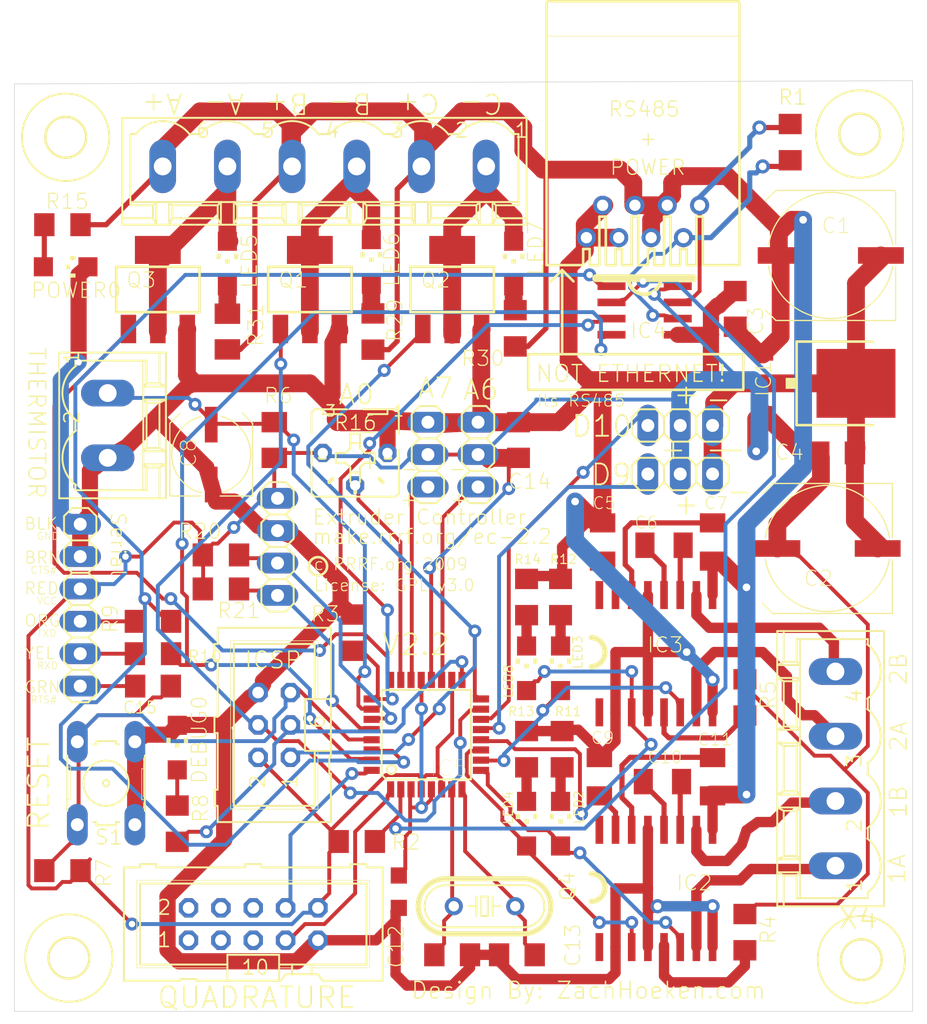
<source format=kicad_pcb>
(kicad_pcb (version 20240108) (generator "pcbnew") (generator_version "8.0")
  (layers (0 "F.Cu" signal) (31 "B.Cu" signal) (34 "B.Paste" user) (35 "F.Paste" user) (36 "B.SilkS" user "B.Silkscreen") (37 "F.SilkS" user "F.Silkscreen") (38 "B.Mask" user) (39 "F.Mask" user) (44 "Edge.Cuts" user))
  (net 0 "")
  (net 1 "GND")
  (net 2 "VCC")
  (net 3 "+12V")
  (net 4 "N$1")
  (net 5 "N$2")
  (net 6 "RX")
  (net 7 "TX")
  (net 8 "D2")
  (net 9 "D3")
  (net 10 "D4")
  (net 11 "D5")
  (net 12 "D6")
  (net 13 "D7")
  (net 14 "D8")
  (net 15 "D9")
  (net 16 "D10")
  (net 17 "D11")
  (net 18 "D12")
  (net 19 "D13")
  (net 20 "A0")
  (net 21 "A1")
  (net 22 "A2")
  (net 23 "N$33")
  (net 24 "N$34")
  (net 25 "N$35")
  (net 26 "N$41")
  (net 27 "N$42")
  (net 28 "N$43")
  (net 29 "SDA")
  (net 30 "SCL")
  (net 31 "N$3")
  (net 32 "N$6")
  (net 33 "N$7")
  (net 34 "N$9")
  (net 35 "N$12")
  (net 36 "N$11")
  (net 37 "N$13")
  (net 38 "N$14")
  (net 39 "N$15")
  (net 40 "N$16")
  (net 41 "N$31")
  (net 42 "N$32")
  (net 43 "A3")
  (net 44 "A6")
  (net 45 "A7")
  (net 46 "RESET")
  (net 47 "N$8")
  (net 48 "N$20")
  (net 49 "N$21")
  (net 50 "N$22")
  (net 51 "RTS#")
  (net 52 "GNDA")
  (net 53 "N$4")
  (net 54 "N$5")
  (net 55 "N$10")
  (net 56 "N$17")
  (net 57 "N$18")
  (net 58 "N$19")
  (net 59 "N$23")
  (net 60 "N$24")
  (net 61 "N$25")
  (footprint "extruder-controller:C1206K" (layer "F.Cu") (at 168.0591 104.6861 -90)
    (property "Reference" "C7")
    (property "Value" "100nF")
  )
  (footprint "extruder-controller:UD-6,3X5,8_NICHICON" (layer "F.Cu") (at 128.6891 97.8281 90)
    (property "Reference" "C8")
    (property "Value" "10uF")
  )
  (footprint "extruder-controller:520426-4" (layer "F.Cu") (at 162.5981 71.9201 180)
    (property "Reference" "J1" (hide yes))
    (property "Value" "")
  )
  (footprint "extruder-controller:SOT223" (layer "F.Cu") (at 124.4981 84.8741)
    (property "Reference" "Q3")
    (property "Value" "NIF5002")
  )
  (footprint "extruder-controller:C1206" (layer "F.Cu") (at 177.8381 97.7011)
    (property "Reference" "C4")
    (property "Value" "100nF")
  )
  (footprint "extruder-controller:1X03" (layer "F.Cu") (at 145.7071 97.8281 -90)
    (property "Reference" "JP7" (hide yes))
    (property "Value" "")
  )
  (footprint "extruder-controller:SOT223" (layer "F.Cu") (at 147.6121 84.8741)
    (property "Reference" "Q2")
    (property "Value" "NIF5002")
  )
  (footprint "extruder-controller:R1206" (layer "F.Cu") (at 140.1191 128.1811 180)
    (property "Reference" "R2")
    (property "Value" "4.7k")
  )
  (footprint "extruder-controller:R1206" (layer "F.Cu") (at 129.4511 105.7021 180)
    (property "Reference" "R20")
    (property "Value" "4.7K")
  )
  (footprint "extruder-controller:CHIPLED_1206" (layer "F.Cu") (at 156.1211 114.5921)
    (property "Reference" "LED3")
    (property "Value" "2" (hide yes))
  )
  (footprint "extruder-controller:TQFP32-08" (layer "F.Cu") (at 145.5801 119.7991 90)
    (property "Reference" "IC5")
    (property "Value" "ATMEGA168")
  )
  (footprint "extruder-controller:C1206" (layer "F.Cu") (at 147.6121 137.0711 180)
    (property "Reference" "C12")
    (property "Value" "16pf")
  )
  (footprint "extruder-controller:3,0" (layer "F.Cu") (at 117.5131 137.3251)
    (property "Reference" "H1" (hide yes))
    (property "Value" "MOUNT-HOLE3.0" (hide yes))
  )
  (footprint "extruder-controller:B3F-10XX" (layer "F.Cu") (at 120.4341 123.6091 90)
    (property "Reference" "S1")
    (property "Value" "")
  )
  (footprint "extruder-controller:GND-GNDA" (layer "F.Cu") (at 143.4211 132.1181 90)
    (property "Reference" "~NUDEV~1" (hide yes))
    (property "Value" "GND-GNDA" (hide yes))
  )
  (footprint "extruder-controller:ML10" (layer "F.Cu") (at 131.9911 134.6581)
    (property "Reference" "SV2" (hide yes))
    (property "Value" "")
  )
  (footprint "extruder-controller:C1206K" (layer "F.Cu") (at 164.1221 123.4821 180)
    (property "Reference" "C10")
    (property "Value" "100nF")
  )
  (footprint "extruder-controller:R1206" (layer "F.Cu") (at 170.5991 135.2931 -90)
    (property "Reference" "R4")
    (property "Value" "10K")
  )
  (footprint "extruder-controller:R1206" (layer "F.Cu") (at 152.5651 87.9221 -90)
    (property "Reference" "R30")
    (property "Value" "1K" (hide yes))
  )
  (footprint "extruder-controller:TO252" (layer "F.Cu") (at 176.8221 92.2401 -90)
    (property "Reference" "IC1")
    (property "Value" "7805DT")
  )
  (footprint "extruder-controller:3,0" (layer "F.Cu") (at 179.6161 72.6821 90)
    (property "Reference" "H4" (hide yes))
    (property "Value" "MOUNT-HOLE3.0" (hide yes))
  )
  (footprint "extruder-controller:R1206" (layer "F.Cu") (at 141.3891 88.1761 -90)
    (property "Reference" "R29")
    (property "Value" "1K" (hide yes))
  )
  (footprint "extruder-controller:R1206" (layer "F.Cu") (at 126.0221 126.7841 -90)
    (property "Reference" "R8")
    (property "Value" "1K" (hide yes))
  )
  (footprint "extruder-controller:1X06" (layer "F.Cu") (at 118.4021 109.6391 -90)
    (property "Reference" "JP5" (hide yes))
    (property "Value" "")
  )
  (footprint "extruder-controller:1X03" (layer "F.Cu") (at 165.5191 95.5421 180)
    (property "Reference" "JP2" (hide yes))
    (property "Value" "")
  )
  (footprint "extruder-controller:R1206" (layer "F.Cu") (at 174.1551 73.3171 90)
    (property "Reference" "R1")
    (property "Value" "180")
  )
  (footprint "extruder-controller:CHIPLED_1206" (layer "F.Cu") (at 153.4541 114.5921)
    (property "Reference" "LED8")
    (property "Value" "")
  )
  (footprint "extruder-controller:R1206" (layer "F.Cu") (at 124.1171 113.4491)
    (property "Reference" "R10")
    (property "Value" "1K")
  )
  (footprint "extruder-controller:C1206" (layer "F.Cu") (at 169.8371 86.3981 90)
    (property "Reference" "C3")
    (property "Value" "100nF")
  )
  (footprint "extruder-controller:C1206K" (layer "F.Cu") (at 159.1691 123.1011 -90)
    (property "Reference" "C9")
    (property "Value" ".22uF")
  )
  (footprint "extruder-controller:SO16W" (layer "F.Cu") (at 163.6141 131.8641)
    (property "Reference" "IC2")
    (property "Value" "A3949")
  )
  (footprint "extruder-controller:R1206" (layer "F.Cu") (at 117.0051 130.4671)
    (property "Reference" "R7")
    (property "Value" "10K")
  )
  (footprint "extruder-controller:CHIPLED_1206" (layer "F.Cu") (at 129.9591 82.8421)
    (property "Reference" "LED5")
    (property "Value" "")
  )
  (footprint "extruder-controller:R1206" (layer "F.Cu") (at 153.4541 109.0041 -90)
    (property "Reference" "R14")
    (property "Value" "1K" (hide yes))
  )
  (footprint "extruder-controller:CHIPLED_1206" (layer "F.Cu") (at 117.2591 83.0961 -90)
    (property "Reference" "POWER0")
    (property "Value" "")
  )
  (footprint "extruder-controller:C1206K" (layer "F.Cu") (at 159.4231 104.6861 -90)
    (property "Reference" "C5")
    (property "Value" ".22uF")
  )
  (footprint "extruder-controller:R1206" (layer "F.Cu") (at 170.5991 116.8781 -90)
    (property "Reference" "R5")
    (property "Value" "10K")
  )
  (footprint "extruder-controller:ML6" (layer "F.Cu") (at 133.6421 119.0371 90)
    (property "Reference" "SV1" (hide yes))
    (property "Value" "")
  )
  (footprint "extruder-controller:3,0" (layer "F.Cu") (at 117.2591 72.9361)
    (property "Reference" "H2" (hide yes))
    (property "Value" "MOUNT-HOLE3.0" (hide yes))
  )
  (footprint "extruder-controller:M1206" (layer "F.Cu") (at 129.9591 88.1761 -90)
    (property "Reference" "R31")
    (property "Value" "1K" (hide yes))
  )
  (footprint "extruder-controller:R1206" (layer "F.Cu") (at 156.1211 109.0041 90)
    (property "Reference" "R12")
    (property "Value" "1K" (hide yes))
  )
  (footprint "extruder-controller:3,0" (layer "F.Cu") (at 179.7431 137.4521)
    (property "Reference" "H3" (hide yes))
    (property "Value" "MOUNT-HOLE3.0" (hide yes))
  )
  (footprint "extruder-controller:CHIPLED_1206" (layer "F.Cu") (at 156.1211 126.7841)
    (property "Reference" "LED2")
    (property "Value" "1" (hide yes))
  )
  (footprint "extruder-controller:B25P" (layer "F.Cu") (at 139.9921 97.7011 180)
    (property "Reference" "R16")
    (property "Value" "")
  )
  (footprint "extruder-controller:SO08" (layer "F.Cu") (at 162.7251 86.5251 -90)
    (property "Reference" "IC4")
    (property "Value" "SN75176ASOIC")
  )
  (footprint "extruder-controller:SO16W" (layer "F.Cu") (at 163.6141 113.4491)
    (property "Reference" "IC3")
    (property "Value" "A3949")
  )
  (footprint "extruder-controller:UD-10X10_NICHICON" (layer "F.Cu") (at 177.0761 105.1941 180)
    (property "Reference" "C2")
    (property "Value" "100uF")
  )
  (footprint "extruder-controller:R1206" (layer "F.Cu") (at 129.4511 108.3691 180)
    (property "Reference" "R21")
    (property "Value" "4.7K")
  )
  (footprint "extruder-controller:C1206K" (layer "F.Cu") (at 168.0591 123.1011 -90)
    (property "Reference" "C11")
    (property "Value" "100nF")
  )
  (footprint "extruder-controller:1X03" (layer "F.Cu") (at 149.6441 97.8281 -90)
    (property "Reference" "JP6" (hide yes))
    (property "Value" "")
  )
  (footprint "extruder-controller:M1206" (layer "F.Cu") (at 133.6421 96.6851 -90)
    (property "Reference" "R6")
    (property "Value" "4.7K")
  )
  (footprint "extruder-controller:R1206" (layer "F.Cu") (at 124.1171 110.9091)
    (property "Reference" "R9")
    (property "Value" "1K")
  )
  (footprint "extruder-controller:1X03" (layer "F.Cu") (at 165.5191 99.3521 180)
    (property "Reference" "JP3" (hide yes))
    (property "Value" "")
  )
  (footprint "extruder-controller:MSTBV6" (layer "F.Cu") (at 137.5791 75.2221 180)
    (property "Reference" "X1" (hide yes))
    (property "Value" "MSTBV6" (hide yes))
  )
  (footprint "extruder-controller:SOT223" (layer "F.Cu") (at 136.4361 84.8741)
    (property "Reference" "Q1")
    (property "Value" "NIF5002")
  )
  (footprint "extruder-controller:UD-10X10_NICHICON" (layer "F.Cu") (at 177.3301 82.2071 180)
    (property "Reference" "C1")
    (property "Value" "100uF")
  )
  (footprint "extruder-controller:R1206" (layer "F.Cu") (at 153.4541 120.9421 -90)
    (property "Reference" "R13")
    (property "Value" "1K" (hide yes))
  )
  (footprint "extruder-controller:R1206" (layer "F.Cu") (at 156.2481 120.9421 90)
    (property "Reference" "R11")
    (property "Value" "1K" (hide yes))
  )
  (footprint "extruder-controller:R1206" (layer "F.Cu") (at 117.0051 79.7941)
    (property "Reference" "R15")
    (property "Value" "1K")
  )
  (footprint "extruder-controller:HC49_S" (layer "F.Cu") (at 150.1521 133.2611 180)
    (property "Reference" "Q4")
    (property "Value" "16MHZ")
  )
  (footprint "extruder-controller:1X04" (layer "F.Cu") (at 133.8961 105.0671 -90)
    (property "Reference" "JP4" (hide yes))
    (property "Value" "")
  )
  (footprint "extruder-controller:C1206" (layer "F.Cu") (at 152.6921 137.0711)
    (property "Reference" "C13")
    (property "Value" "16pf")
  )
  (footprint "extruder-controller:C1206K" (layer "F.Cu") (at 164.2491 104.9401 180)
    (property "Reference" "C6")
    (property "Value" "100nF")
  )
  (footprint "extruder-controller:MSTBV2" (layer "F.Cu") (at 120.5611 95.5421 -90)
    (property "Reference" "X3" (hide yes))
    (property "Value" "MSTBV2" (hide yes))
  )
  (footprint "extruder-controller:CHIPLED_1206" (layer "F.Cu") (at 153.4541 126.7841)
    (property "Reference" "LED4")
    (property "Value" "")
  )
  (footprint "extruder-controller:C1206" (layer "F.Cu") (at 124.1171 115.9891 180)
    (property "Reference" "C15")
    (property "Value" "100nF")
  )
  (footprint "extruder-controller:C1206" (layer "F.Cu") (at 152.8191 96.6851 -90)
    (property "Reference" "C14")
    (property "Value" "100nF")
  )
  (footprint "extruder-controller:CHIPLED_1206" (layer "F.Cu") (at 141.2621 82.7151)
    (property "Reference" "LED6")
    (property "Value" "")
  )
  (footprint "extruder-controller:R1206" (layer "F.Cu") (at 139.7381 111.7981 90)
    (property "Reference" "R3")
    (property "Value" "4.7k")
  )
  (footprint "extruder-controller:CHIPLED_1206" (layer "F.Cu") (at 126.0221 120.8151)
    (property "Reference" "DEBUG0")
    (property "Value" "")
  )
  (footprint "extruder-controller:MSTBV4" (layer "F.Cu") (at 177.7111 122.4661 90)
    (property "Reference" "X4")
    (property "Value" "MSTBV4" (hide yes))
  )
  (footprint "extruder-controller:CHIPLED_1206" (layer "F.Cu") (at 152.4381 82.8421)
    (property "Reference" "LED7")
    (property "Value" "")
  )
  (gr_arc (start 158.5341 112.1791) (mid 159.615363 113.3221) (end 158.5341 114.4651) (stroke (width 0.4064)) (layer "F.SilkS"))
  (gr_line (start 170.4721 89.9541) (end 170.4721 92.7481) (stroke (width 0.2032)) (layer "F.SilkS"))
  (gr_line (start 156.2481 83.3501) (end 155.3591 84.2391) (stroke (width 0.2032)) (layer "F.SilkS"))
  (gr_line (start 156.3751 89.9541) (end 170.4721 89.9541) (stroke (width 0.2032)) (layer "F.SilkS"))
  (gr_line (start 153.5811 89.9541) (end 156.2481 89.9541) (stroke (width 0.2032)) (layer "F.SilkS"))
  (gr_line (start 156.2481 89.9541) (end 156.2481 83.3501) (stroke (width 0.2032)) (layer "F.SilkS"))
  (gr_arc (start 158.5341 130.7211) (mid 159.6136 131.8006) (end 158.5341 132.8801) (stroke (width 0.4064)) (layer "F.SilkS"))
  (gr_line (start 156.2481 83.3501) (end 157.1371 84.2391) (stroke (width 0.2032)) (layer "F.SilkS"))
  (gr_line (start 170.4721 92.7481) (end 153.5811 92.7481) (stroke (width 0.2032)) (layer "F.SilkS"))
  (gr_line (start 153.5811 92.7481) (end 153.5811 89.9541) (stroke (width 0.2032)) (layer "F.SilkS"))
  (gr_circle (center 137.0711 106.5911) (end 137.7895 106.5911) (stroke (width 0.2032)) (fill none) (layer "F.SilkS"))
  (gr_line (start 113.2331 68.7501) (end 113.2331 141.5111) (stroke (width 0.05)) (layer "Edge.Cuts"))
  (gr_line (start 183.7691 141.5111) (end 183.7691 68.4961) (stroke (width 0.05)) (layer "Edge.Cuts"))
  (gr_line (start 113.2331 141.5111) (end 183.7691 141.5111) (stroke (width 0.05)) (layer "Edge.Cuts"))
  (gr_line (start 183.7691 68.4961) (end 113.2331 68.7501) (stroke (width 0.05)) (layer "Edge.Cuts"))
  (gr_text "A+" (at 126.5301 69.3801 180) (layer "F.SilkS") (effects (font (size 1.542288 1.542288) (thickness 0.134112)) (justify left bottom)))
  (gr_text "RTS#" (at 114.4651 117.3861 0) (layer "F.SilkS") (effects (font (size 0.560832 0.560832) (thickness 0.048768)) (justify left bottom)))
  (gr_text "ICSP" (at 131.2291 114.7191 0) (layer "F.SilkS") (effects (font (size 1.308608 1.308608) (thickness 0.113792)) (justify left bottom)))
  (gr_text "+" (at 162.2171 73.6981 0) (layer "F.SilkS") (effects (font (size 1.1684 1.1684) (thickness 0.1016)) (justify left bottom)))
  (gr_text "RXD" (at 114.9731 114.7191 0) (layer "F.SilkS") (effects (font (size 0.560832 0.560832) (thickness 0.048768)) (justify left bottom)))
  (gr_text "BLK" (at 113.9571 103.7971 0) (layer "F.SilkS") (effects (font (size 0.93472 0.93472) (thickness 0.08128)) (justify left bottom)))
  (gr_text "VCC" (at 114.9731 109.6391 0) (layer "F.SilkS") (effects (font (size 0.560832 0.560832) (thickness 0.048768)) (justify left bottom)))
  (gr_text "Design By: ZachHoeken.com" (at 144.3101 140.6271 0) (layer "F.SilkS") (effects (font (size 1.308608 1.308608) (thickness 0.113792)) (justify left bottom)))
  (gr_text "ORG" (at 113.9571 111.4171 0) (layer "F.SilkS") (effects (font (size 0.93472 0.93472) (thickness 0.08128)) (justify left bottom)))
  (gr_text "BRN" (at 113.9571 106.4641 0) (layer "F.SilkS") (effects (font (size 0.93472 0.93472) (thickness 0.08128)) (justify left bottom)))
  (gr_text "make.rrrf.org/ec-2.2" (at 136.5631 104.9401 0) (layer "F.SilkS") (effects (font (size 1.1684 1.1684) (thickness 0.1016)) (justify left bottom)))
  (gr_text "THERMISTOR" (at 114.2111 89.3191 270) (layer "F.SilkS") (effects (font (size 1.308608 1.308608) (thickness 0.113792)) (justify left bottom)))
  (gr_text "Its RS485" (at 154.2161 94.1451 0) (layer "F.SilkS") (effects (font (size 0.93472 0.93472) (thickness 0.08128)) (justify left bottom)))
  (gr_text "1B" (at 183.4261 126.4031 90) (layer "F.SilkS") (effects (font (size 1.308608 1.308608) (thickness 0.113792)) (justify left bottom)))
  (gr_text "YEL" (at 113.9571 113.9571 0) (layer "F.SilkS") (effects (font (size 0.93472 0.93472) (thickness 0.08128)) (justify left bottom)))
  (gr_text "CTS#" (at 114.4651 107.2261 0) (layer "F.SilkS") (effects (font (size 0.560832 0.560832) (thickness 0.048768)) (justify left bottom)))
  (gr_text "-" (at 167.4241 98.3361 0) (layer "F.SilkS") (effects (font (size 1.63576 1.63576) (thickness 0.14224)) (justify left bottom)))
  (gr_text "V2.2" (at 142.0241 113.7031 0) (layer "F.SilkS") (effects (font (size 1.63576 1.63576) (thickness 0.14224)) (justify left bottom)))
  (gr_text "+" (at 143.4211 102.0191 0) (layer "F.SilkS") (effects (font (size 1.1684 1.1684) (thickness 0.1016)) (justify left bottom)))
  (gr_text "Serial" (at 120.6881 102.2731 270) (layer "F.SilkS") (effects (font (size 1.1684 1.1684) (thickness 0.1016)) (justify left bottom)))
  (gr_text "B+" (at 136.4361 69.3801 180) (layer "F.SilkS") (effects (font (size 1.542288 1.542288) (thickness 0.134112)) (justify left bottom)))
  (gr_text "C-" (at 151.6761 69.3801 180) (layer "F.SilkS") (effects (font (size 1.542288 1.542288) (thickness 0.134112)) (justify left bottom)))
  (gr_text "-" (at 168.5671 98.3361 0) (layer "F.SilkS") (effects (font (size 1.63576 1.63576) (thickness 0.14224)) (justify left bottom)))
  (gr_text "D10" (at 156.8831 96.5581 0) (layer "F.SilkS") (effects (font (size 1.63576 1.63576) (thickness 0.14224)) (justify left bottom)))
  (gr_text "RS485" (at 159.8041 71.4121 0) (layer "F.SilkS") (effects (font (size 1.1684 1.1684) (thickness 0.1016)) (justify left bottom)))
  (gr_text "D9" (at 158.4071 100.3681 0) (layer "F.SilkS") (effects (font (size 1.63576 1.63576) (thickness 0.14224)) (justify left bottom)))
  (gr_text "GRN" (at 113.9571 116.6241 0) (layer "F.SilkS") (effects (font (size 0.93472 0.93472) (thickness 0.08128)) (justify left bottom)))
  (gr_text "C+" (at 146.7231 69.3801 180) (layer "F.SilkS") (effects (font (size 1.542288 1.542288) (thickness 0.134112)) (justify left bottom)))
  (gr_text "RED" (at 113.9571 108.8771 0) (layer "F.SilkS") (effects (font (size 0.93472 0.93472) (thickness 0.08128)) (justify left bottom)))
  (gr_text "+" (at 164.8841 102.6541 0) (layer "F.SilkS") (effects (font (size 1.63576 1.63576) (thickness 0.14224)) (justify left bottom)))
  (gr_text "-" (at 147.2311 99.6061 0) (layer "F.SilkS") (effects (font (size 1.1684 1.1684) (thickness 0.1016)) (justify left bottom)))
  (gr_text "2B" (at 183.4261 115.9891 90) (layer "F.SilkS") (effects (font (size 1.308608 1.308608) (thickness 0.113792)) (justify left bottom)))
  (gr_text "A0" (at 138.5951 94.0181 0) (layer "F.SilkS") (effects (font (size 1.542288 1.542288) (thickness 0.134112)) (justify left bottom)))
  (gr_text "-" (at 167.4241 94.3991 0) (layer "F.SilkS") (effects (font (size 1.63576 1.63576) (thickness 0.14224)) (justify left bottom)))
  (gr_text "-" (at 169.0751 101.6381 0) (layer "F.SilkS") (effects (font (size 1.63576 1.63576) (thickness 0.14224)) (justify left bottom)))
  (gr_text "GND" (at 114.9731 104.5591 0) (layer "F.SilkS") (effects (font (size 0.560832 0.560832) (thickness 0.048768)) (justify left bottom)))
  (gr_text "RESET" (at 116.1161 127.4191 90) (layer "F.SilkS") (effects (font (size 1.63576 1.63576) (thickness 0.14224)) (justify left bottom)))
  (gr_text "+" (at 147.3581 102.0191 0) (layer "F.SilkS") (effects (font (size 1.1684 1.1684) (thickness 0.1016)) (justify left bottom)))
  (gr_text "-" (at 143.5481 99.6061 0) (layer "F.SilkS") (effects (font (size 1.1684 1.1684) (thickness 0.1016)) (justify left bottom)))
  (gr_text "c RRRF.org 2009" (at 136.6901 106.9721 0) (layer "F.SilkS") (effects (font (size 0.93472 0.93472) (thickness 0.08128)) (justify left bottom)))
  (gr_text "+" (at 140.3731 99.0981 0) (layer "F.SilkS") (effects (font (size 1.1684 1.1684) (thickness 0.1016)) (justify left bottom)))
  (gr_text "A6" (at 148.3741 93.6371 0) (layer "F.SilkS") (effects (font (size 1.542288 1.542288) (thickness 0.134112)) (justify left bottom)))
  (gr_text "TXD" (at 114.9731 112.1791 0) (layer "F.SilkS") (effects (font (size 0.560832 0.560832) (thickness 0.048768)) (justify left bottom)))
  (gr_text "B-" (at 141.3891 69.3801 180) (layer "F.SilkS") (effects (font (size 1.542288 1.542288) (thickness 0.134112)) (justify left bottom)))
  (gr_text "-" (at 140.2461 96.6851 0) (layer "F.SilkS") (effects (font (size 1.1684 1.1684) (thickness 0.1016)) (justify left bottom)))
  (gr_text "Extruder Controller" (at 136.5631 103.4161 0) (layer "F.SilkS") (effects (font (size 1.1684 1.1684) (thickness 0.1016)) (justify left bottom)))
  (gr_text "QUADRATURE" (at 124.3711 141.3891 0) (layer "F.SilkS") (effects (font (size 1.63576 1.63576) (thickness 0.14224)) (justify left bottom)))
  (gr_text "2A" (at 183.4261 121.1961 90) (layer "F.SilkS") (effects (font (size 1.308608 1.308608) (thickness 0.113792)) (justify left bottom)))
  (gr_text "License: GPL v3.0" (at 136.6901 108.6231 0) (layer "F.SilkS") (effects (font (size 0.93472 0.93472) (thickness 0.08128)) (justify left bottom)))
  (gr_text "+" (at 164.8841 94.0181 0) (layer "F.SilkS") (effects (font (size 1.63576 1.63576) (thickness 0.14224)) (justify left bottom)))
  (gr_text "A-" (at 131.3561 69.3801 180) (layer "F.SilkS") (effects (font (size 1.542288 1.542288) (thickness 0.134112)) (justify left bottom)))
  (gr_text "POWER" (at 159.9311 75.9841 0) (layer "F.SilkS") (effects (font (size 1.1684 1.1684) (thickness 0.1016)) (justify left bottom)))
  (gr_text "1A" (at 183.2991 131.6101 90) (layer "F.SilkS") (effects (font (size 1.308608 1.308608) (thickness 0.113792)) (justify left bottom)))
  (gr_text "NOT ETHERNET!" (at 154.0891 92.2401 0) (layer "F.SilkS") (effects (font (size 1.308608 1.308608) (thickness 0.113792)) (justify left bottom)))
  (gr_text "A7" (at 144.8181 93.5101 0) (layer "F.SilkS") (effects (font (size 1.542288 1.542288) (thickness 0.134112)) (justify left bottom)))
  (gr_text "+" (at 163.8681 98.3361 0) (layer "F.SilkS") (effects (font (size 1.63576 1.63576) (thickness 0.14224)) (justify left bottom)))
  (segment (start 129.5781 119.0371) (end 126.6571 119.0371) (width 1.27) (layer "F.Cu") (net 1))
  (segment (start 156.1211 107.3531) (end 156.1211 107.5821) (width 0.8128) (layer "F.Cu") (net 1))
  (segment (start 135.4201 137.5791) (end 137.0711 135.9281) (width 1.27) (layer "F.Cu") (net 1))
  (segment (start 158.0261 81.8261) (end 158.0261 80.8101) (width 1.397) (layer "F.Cu") (net 1))
  (segment (start 151.2921 137.0711) (end 151.2921 137.0741) (width 0.8128) (layer "F.Cu") (net 1))
  (segment (start 159.5501 78.2701) (end 159.4231 78.2701) (width 1.397) (layer "F.Cu") (net 1))
  (segment (start 143.1671 138.5951) (end 144.0561 139.4841) (width 0.8128) (layer "F.Cu") (net 1))
  (segment (start 127.4191 92.2401) (end 136.4361 92.2401) (width 1.397) (layer "F.Cu") (net 1))
  (segment (start 149.8981 88.0491) (end 149.9231 88.0241) (width 1.397) (layer "F.Cu") (net 1))
  (segment (start 158.9391 103.1861) (end 157.2641 101.5111) (width 1.397) (layer "F.Cu") (net 1))
  (segment (start 126.1491 137.5791) (end 135.4201 137.5791) (width 1.27) (layer "F.Cu") (net 1))
  (segment (start 146.9771 95.4151) (end 147.1071 95.2851) (width 1.397) (layer "F.Cu") (net 1))
  (segment (start 160.4391 120.3071) (end 159.1451 121.6011) (width 0.8128) (layer "F.Cu") (net 1))
  (segment (start 125.3871 119.7991) (end 123.4821 119.7991) (width 1.27) (layer "F.Cu") (net 1))
  (segment (start 138.7471 88.1511) (end 138.7221 88.1761) (width 1.397) (layer "F.Cu") (net 1))
  (segment (start 149.8981 95.2881) (end 149.8981 88.0491) (width 1.397) (layer "F.Cu") (net 1))
  (segment (start 153.4541 107.6071) (end 153.4541 107.5821) (width 0.8128) (layer "F.Cu") (net 1))
  (segment (start 168.1861 95.5421) (end 168.0591 95.5421) (width 1.397) (layer "F.Cu") (net 1))
  (segment (start 168.5671 86.1441) (end 168.9481 85.7631) (width 1.27) (layer "F.Cu") (net 1))
  (segment (start 152.8191 95.2851) (end 149.8981 95.2881) (width 1.397) (layer "F.Cu") (net 1))
  (segment (start 158.0261 80.8101) (end 158.1531 80.8101) (width 1.397) (layer "F.Cu") (net 1))
  (segment (start 169.9641 92.2401) (end 179.3221 92.2401) (width 1.397) (layer "F.Cu") (net 1))
  (segment (start 158.0261 80.8101) (end 158.0261 79.7941) (width 1.397) (layer "F.Cu") (net 1))
  (segment (start 179.3221 97.2801) (end 179.3621 97.3201) (width 1.397) (layer "F.Cu") (net 1))
  (segment (start 133.8961 103.7971) (end 132.3721 103.4161) (width 1.27) (layer "F.Cu") (net 1))
  (segment (start 149.0121 137.1951) (end 149.1361 137.0711) (width 0.8128) (layer "F.Cu") (net 1))
  (segment (start 159.9311 138.9761) (end 160.4391 138.4681) (width 0.8128) (layer "F.Cu") (net 1))
  (segment (start 149.0121 137.1951) (end 149.0091 137.1981) (width 0.8128) (layer "F.Cu") (net 1))
  (segment (start 158.1291 103.1861) (end 156.2481 105.0671) (width 0.8128) (layer "F.Cu") (net 1))
  (segment (start 125.2601 136.6901) (end 125.2601 132.4991) (width 1.27) (layer "F.Cu") (net 1))
  (segment (start 149.9231 88.0241) (end 149.9231 87.9731) (width 1.397) (layer "F.Cu") (net 1))
  (segment (start 159.5501 91.9861) (end 159.5501 92.1131) (width 1.397) (layer "F.Cu") (net 1))
  (segment (start 162.9791 113.1951) (end 162.9791 108.8491) (width 0.8128) (layer "F.Cu") (net 1))
  (segment (start 168.9481 85.7631) (end 169.8371 84.9981) (width 1.27) (layer "F.Cu") (net 1))
  (segment (start 129.5781 119.0371) (end 131.7371 116.8781) (width 1.27) (layer "F.Cu") (net 1))
  (segment (start 130.4671 101.5111) (end 129.0701 101.5111) (width 1.27) (layer "F.Cu") (net 1))
  (segment (start 126.7841 88.0491) (end 126.8091 88.0241) (width 1.397) (layer "F.Cu") (net 1))
  (segment (start 167.9321 91.9861) (end 167.9321 88.4301) (width 1.27) (layer "F.Cu") (net 1))
  (segment (start 159.5501 92.1131) (end 159.4231 92.2401) (width 1.397) (layer "F.Cu") (net 1))
  (segment (start 129.0701 101.5111) (end 128.6891 100.1781) (width 1.27) (layer "F.Cu") (net 1))
  (segment (start 142.5321 95.1611) (end 142.6591 95.1611) (width 1.6764) (layer "F.Cu") (net 1))
  (segment (start 138.2141 93.1291) (end 138.2141 89.0651) (width 1.27) (layer "F.Cu") (net 1))
  (segment (start 124.3711 94.9071) (end 122.0851 97.1931) (width 1.27) (layer "F.Cu") (net 1))
  (segment (start 181.3941 82.3341) (end 181.2801 82.2201) (width 1.397) (layer "F.Cu") (net 1))
  (segment (start 141.6431 135.9281) (end 143.1671 134.4041) (width 0.8128) (layer "F.Cu") (net 1))
  (segment (start 158.1531 80.8101) (end 160.6931 80.8101) (width 1.397) (layer "F.Cu") (net 1))
  (segment (start 160.4391 136.4641) (end 160.4391 131.8641) (width 0.8128) (layer "F.Cu") (net 1))
  (segment (start 169.8371 92.1131) (end 169.9641 92.2401) (width 1.397) (layer "F.Cu") (net 1))
  (segment (start 147.1071 95.2851) (end 152.8191 95.2851) (width 1.397) (layer "F.Cu") (net 1))
  (segment (start 138.8491 107.8611) (end 135.2931 104.3051) (width 1.27) (layer "F.Cu") (net 1))
  (segment (start 142.5321 95.1611) (end 142.5321 97.7011) (width 1.27) (layer "F.Cu") (net 1))
  (segment (start 122.7201 125.2601) (end 122.6947 126.8603) (width 1.27) (layer "F.Cu") (net 1))
  (segment (start 152.6921 138.9761) (end 159.9311 138.9761) (width 0.8128) (layer "F.Cu") (net 1))
  (segment (start 158.0261 79.7941) (end 159.5501 78.2701) (width 1.397) (layer "F.Cu") (net 1))
  (segment (start 162.9791 131.8641) (end 162.9791 133.5151) (width 0.8128) (layer "F.Cu") (net 1))
  (segment (start 159.1691 91.9861) (end 158.2801 91.9861) (width 1.397) (layer "F.Cu") (net 1))
  (segment (start 153.6061 119.5201) (end 153.4541 119.5451) (width 0.8128) (layer "F.Cu") (net 1))
  (segment (start 167.9321 88.4301) (end 167.9321 86.6521) (width 1.27) (layer "F.Cu") (net 1))
  (segment (start 129.7051 119.5451) (end 129.5781 119.0371) (width 1.27) (layer "F.Cu") (net 1))
  (segment (start 132.3721 103.4161) (end 130.4671 101.5111) (width 1.27) (layer "F.Cu") (net 1))
  (segment (start 135.2931 104.3051) (end 133.8961 103.7971) (width 1.27) (layer "F.Cu") (net 1))
  (segment (start 126.8091 88.0241) (end 126.8091 87.9731) (width 1.397) (layer "F.Cu") (net 1))
  (segment (start 143.1671 133.6421) (end 143.4211 133.3881) (width 0.8128) (layer "F.Cu") (net 1))
  (segment (start 151.2921 137.0741) (end 151.0411 137.3251) (width 0.8128) (layer "F.Cu") (net 1))
  (segment (start 159.1691 121.0691) (end 157.5181 119.4181) (width 0.8128) (layer "F.Cu") (net 1))
  (segment (start 153.4541 107.6071) (end 153.3271 107.7341) (width 0.8128) (layer "F.Cu") (net 1))
  (segment (start 138.5951 95.0341) (end 138.5951 95.2881) (width 1.397) (layer "F.Cu") (net 1))
  (segment (start 126.1491 137.5791) (end 125.2601 136.6901) (width 1.27) (layer "F.Cu") (net 1))
  (segment (start 138.2141 89.0651) (end 138.7471 87.9731) (width 1.27) (layer "F.Cu") (net 1))
  (segment (start 128.6891 100.1781) (end 128.3081 98.8441) (width 1.27) (layer "F.Cu") (net 1))
  (segment (start 167.9321 88.4301) (end 165.3251 88.4301) (width 1.27) (layer "F.Cu") (net 1))
  (segment (start 179.2381 97.4441) (end 179.2381 97.7011) (width 1.397) (layer "F.Cu") (net 1))
  (segment (start 160.4391 118.0491) (end 160.4391 120.3071) (width 0.8128) (layer "F.Cu") (net 1))
  (segment (start 149.0121 138.0841) (end 149.0121 137.0711) (width 0.8128) (layer "F.Cu") (net 1))
  (segment (start 159.4231 103.1861) (end 158.1291 103.1861) (width 0.8128) (layer "F.Cu") (net 1))
  (segment (start 138.5951 95.0341) (end 138.9761 95.0341) (width 1.6764) (layer "F.Cu") (net 1))
  (segment (start 123.4821 119.7991) (end 122.6947 120.3579) (width 1.27) (layer "F.Cu") (net 1))
  (segment (start 156.2481 119.5201) (end 153.6061 119.5201) (width 0.8128) (layer "F.Cu") (net 1))
  (segment (start 163.1061 113.3221) (end 162.9791 113.1951) (width 0.8128) (layer "F.Cu") (net 1))
  (segment (start 149.0121 137.0711) (end 149.0121 137.1951) (width 0.8128) (layer "F.Cu") (net 1))
  (segment (start 151.0411 137.3251) (end 152.6921 138.9761) (width 0.8128) (layer "F.Cu") (net 1))
  (segment (start 159.1691 92.1131) (end 159.1691 91.9861) (width 1.397) (layer "F.Cu") (net 1))
  (segment (start 143.1671 134.4041) (end 143.1671 133.6421) (width 0.8128) (layer "F.Cu") (net 1))
  (segment (start 153.7081 107.3531) (end 153.4541 107.6071) (width 0.8128) (layer "F.Cu") (net 1))
  (segment (start 126.7841 91.6051) (end 126.7841 88.0491) (width 1.397) (layer "F.Cu") (net 1))
  (segment (start 152.8191 95.2851) (end 155.9971 95.2851) (width 1.397) (layer "F.Cu") (net 1))
  (segment (start 153.4541 119.5451) (end 153.4541 119.5201) (width 0.8128) (layer "F.Cu") (net 1))
  (segment (start 138.9761 95.1611) (end 142.5321 95.1611) (width 1.6764) (layer "F.Cu") (net 1))
  (segment (start 162.9791 127.2641) (end 162.9791 127.1651) (width 0.8128) (layer "F.Cu") (net 1))
  (segment (start 158.2801 91.9861) (end 156.7561 90.4621) (width 1.397) (layer "F.Cu") (net 1))
  (segment (start 157.5181 119.4181) (end 156.2481 119.4181) (width 0.8128) (layer "F.Cu") (net 1))
  (segment (start 131.7371 116.8781) (end 132.3721 116.4971) (width 1.27) (layer "F.Cu") (net 1))
  (segment (start 137.7696 93.5736) (end 138.5951 94.3991) (width 1.397) (layer "F.Cu") (net 1))
  (segment (start 126.6571 119.0371) (end 126.0221 119.0651) (width 1.27) (layer "F.Cu") (net 1))
  (segment (start 159.4231 103.1861) (end 158.9391 103.1861) (width 1.397) (layer "F.Cu") (net 1))
  (segment (start 159.1451 121.6011) (end 159.1691 121.6011) (width 0.8128) (layer "F.Cu") (net 1))
  (segment (start 156.2481 119.4181) (end 156.2481 119.5201) (width 0.8128) (layer "F.Cu") (net 1))
  (segment (start 156.2481 107.2261) (end 156.1211 107.3531) (width 0.8128) (layer "F.Cu") (net 1))
  (segment (start 168.1861 95.5421) (end 168.0591 95.6691) (width 1.397) (layer "F.Cu") (net 1))
  (segment (start 168.0591 133.2611) (end 168.0591 136.4641) (width 0.8128) (layer "F.Cu") (net 1))
  (segment (start 179.3221 92.2401) (end 179.3221 97.2801) (width 1.397) (layer "F.Cu") (net 1))
  (segment (start 128.3081 98.8441) (end 124.3711 94.9071) (width 1.27) (layer "F.Cu") (net 1))
  (segment (start 138.9761 95.0341) (end 138.9761 95.1611) (width 1.6764) (layer "F.Cu") (net 1))
  (segment (start 159.1691 91.9861) (end 159.5501 91.9861) (width 1.397) (layer "F.Cu") (net 1))
  (segment (start 118.2751 83.7311) (end 119.0091 83.0961) (width 1.27) (layer "F.Cu") (net 1))
  (segment (start 159.1691 121.6011) (end 159.1691 121.0691) (width 0.8128) (layer "F.Cu") (net 1))
  (segment (start 162.9791 133.5151) (end 162.9791 136.4641) (width 0.8128) (layer "F.Cu") (net 1))
  (segment (start 160.4391 138.4681) (end 160.4391 136.4641) (width 0.8128) (layer "F.Cu") (net 1))
  (segment (start 118.4021 103.2891) (end 118.4021 105.8291) (width 1.27) (layer "F.Cu") (net 1))
  (segment (start 160.4391 131.8641) (end 162.9791 131.8641) (width 0.8128) (layer "F.Cu") (net 1))
  (segment (start 138.8491 109.6391) (end 138.8491 107.8611) (width 1.27) (layer "F.Cu") (net 1))
  (segment (start 137.7696 93.5736) (end 138.2141 93.1291) (width 1.27) (layer "F.Cu") (net 1))
  (segment (start 122.6947 120.3579) (end 122.7201 121.9581) (width 1.27) (layer "F.Cu") (net 1))
  (segment (start 136.4361 92.2401) (end 137.7696 93.5736) (width 1.397) (layer "F.Cu") (net 1))
  (segment (start 167.9321 91.9861) (end 169.7101 91.9861) (width 1.397) (layer "F.Cu") (net 1))
  (segment (start 162.9791 113.3221) (end 162.9791 118.0491) (width 0.8128) (layer "F.Cu") (net 1))
  (segment (start 124.3711 94.9071) (end 126.7841 92.4941) (width 1.27) (layer "F.Cu") (net 1))
  (segment (start 181.1401 104.9401) (end 181.0261 105.0541) (width 1.397) (layer "F.Cu") (net 1))
  (segment (start 179.3221 84.4061) (end 181.3941 82.3341) (width 1.397) (layer "F.Cu") (net 1))
  (segment (start 149.1361 137.0711) (end 151.2921 137.0711) (width 0.8128) (layer "F.Cu") (net 1))
  (segment (start 137.0711 135.9281) (end 141.6431 135.9281) (width 0.8128) (layer "F.Cu") (net 1))
  (segment (start 142.6591 95.1611) (end 145.7071 95.2881) (width 1.397) (layer "F.Cu") (net 1))
  (segment (start 168.0591 115.4811) (end 168.0591 118.0491) (width 0.8128) (layer "F.Cu") (net 1))
  (segment (start 145.7071 95.2881) (end 149.6441 95.2881) (width 1.397) (layer "F.Cu") (net 1))
  (segment (start 132.3721 116.4971) (end 132.7531 115.8621) (width 1.27) (layer "F.Cu") (net 1))
  (segment (start 168.4401 86.1441) (end 168.5671 86.1441) (width 1.27) (layer "F.Cu") (net 1))
  (segment (start 126.0221 119.0651) (end 125.3871 119.7991) (width 1.27) (layer "F.Cu") (net 1))
  (segment (start 149.6441 95.2881) (end 146.9771 95.4151) (width 1.397) (layer "F.Cu") (net 1))
  (segment (start 162.9791 113.3221) (end 160.4391 113.3221) (width 0.8128) (layer "F.Cu") (net 1))
  (segment (start 179.2381 97.7011) (end 179.2381 103.0381) (width 1.397) (layer "F.Cu") (net 1))
  (segment (start 179.3221 92.2401) (end 179.3621 92.2401) (width 1.397) (layer "F.Cu") (net 1))
  (segment (start 119.1641 102.5271) (end 118.4021 103.2891) (width 1.27) (layer "F.Cu") (net 1))
  (segment (start 156.1211 107.3531) (end 153.7081 107.3531) (width 0.8128) (layer "F.Cu") (net 1))
  (segment (start 159.1451 121.6011) (end 159.0421 121.7041) (width 0.8128) (layer "F.Cu") (net 1))
  (segment (start 160.4391 113.3221) (end 160.4391 118.0491) (width 0.8128) (layer "F.Cu") (net 1))
  (segment (start 129.7051 128.0541) (end 129.7051 119.5451) (width 1.27) (layer "F.Cu") (net 1))
  (segment (start 147.6121 139.4841) (end 149.0121 138.0841) (width 0.8128) (layer "F.Cu") (net 1))
  (segment (start 168.1861 93.7641) (end 168.1861 95.5421) (width 1.397) (layer "F.Cu") (net 1))
  (segment (start 181.0261 105.0541) (end 181.0261 105.1941) (width 1.397) (layer "F.Cu") (net 1))
  (segment (start 155.9971 95.2851) (end 159.1691 92.1131) (width 1.397) (layer "F.Cu") (net 1))
  (segment (start 126.7841 92.4941) (end 127.4191 92.2401) (width 1.27) (layer "F.Cu") (net 1))
  (segment (start 143.1671 134.4041) (end 143.1671 138.5951) (width 0.8128) (layer "F.Cu") (net 1))
  (segment (start 179.2381 103.0381) (end 181.1401 104.9401) (width 1.397) (layer "F.Cu") (net 1))
  (segment (start 162.9791 113.1951) (end 162.9791 113.3221) (width 0.8128) (layer "F.Cu") (net 1))
  (segment (start 159.4231 92.2401) (end 159.4231 103.1861) (width 1.397) (layer "F.Cu") (net 1))
  (segment (start 122.7201 121.9581) (end 122.7201 125.2601) (width 1.27) (layer "F.Cu") (net 1))
  (segment (start 167.9321 86.6521) (end 168.4401 86.1441) (width 1.27) (layer "F.Cu") (net 1))
  (segment (start 119.1641 99.0981) (end 119.1641 102.5271) (width 1.27) (layer "F.Cu") (net 1))
  (segment (start 132.7531 115.6081) (end 138.3411 110.0201) (width 1.27) (layer "F.Cu") (net 1))
  (segment (start 162.9791 131.8641) (end 162.9791 127.2641) (width 0.8128) (layer "F.Cu") (net 1))
  (segment (start 138.8491 109.6391) (end 139.7381 110.3761) (width 1.27) (layer "F.Cu") (net 1))
  (segment (start 127.4191 92.2401) (end 126.7841 91.6051) (width 1.397) (layer "F.Cu") (net 1))
  (segment (start 181.2801 82.2201) (end 181.2801 82.2071) (width 1.397) (layer "F.Cu") (net 1))
  (segment (start 162.9791 133.5151) (end 163.7411 133.2611) (width 0.8128) (layer "F.Cu") (net 1))
  (segment (start 138.3411 110.0201) (end 138.8491 109.6391) (width 1.27) (layer "F.Cu") (net 1))
  (segment (start 120.5611 98.0821) (end 119.1641 99.0981) (width 1.27) (layer "F.Cu") (net 1))
  (segment (start 156.7561 90.4621) (end 156.7561 83.0961) (width 1.397) (layer "F.Cu") (net 1))
  (segment (start 162.9791 118.0491) (end 162.9791 118.1481) (width 0.8128) (layer "F.Cu") (net 1))
  (segment (start 179.3621 97.3201) (end 179.2381 97.4441) (width 1.397) (layer "F.Cu") (net 1))
  (segment (start 166.0271 113.3221) (end 163.1061 113.3221) (width 0.8128) (layer "F.Cu") (net 1))
  (segment (start 179.3221 92.2401) (end 179.3221 84.4061) (width 1.397) (layer "F.Cu") (net 1))
  (segment (start 138.7471 87.9731) (end 138.7471 88.1511) (width 1.397) (layer "F.Cu") (net 1))
  (segment (start 169.8371 92.1131) (end 168.1861 93.7641) (width 1.397) (layer "F.Cu") (net 1))
  (segment (start 138.5951 94.3991) (end 138.5951 95.0341) (width 1.397) (layer "F.Cu") (net 1))
  (segment (start 156.7561 83.0961) (end 158.0261 81.8261) (width 1.397) (layer "F.Cu") (net 1))
  (segment (start 144.0561 139.4841) (end 147.6121 139.4841) (width 0.8128) (layer "F.Cu") (net 1))
  (segment (start 122.0851 97.1931) (end 120.5611 98.0821) (width 1.27) (layer "F.Cu") (net 1))
  (segment (start 159.5501 91.9861) (end 167.9321 91.9861) (width 1.397) (layer "F.Cu") (net 1))
  (segment (start 118.2751 90.5891) (end 118.2751 83.7311) (width 1.27) (layer "F.Cu") (net 1))
  (segment (start 168.0591 95.6691) (end 168.0591 99.3521) (width 1.397) (layer "F.Cu") (net 1))
  (segment (start 125.2601 132.4991) (end 129.7051 128.0541) (width 1.27) (layer "F.Cu") (net 1))
  (segment (start 132.7531 115.8621) (end 132.7531 115.6081) (width 1.27) (layer "F.Cu") (net 1))
  (segment (start 169.7101 91.9861) (end 169.8371 92.1131) (width 1.397) (layer "F.Cu") (net 1))
  (segment (start 156.2481 105.0671) (end 156.2481 107.2261) (width 0.8128) (layer "F.Cu") (net 1))
  (via (at 168.0591 133.2611) (size 1.108) (drill 0.6) (layers "F.Cu" "B.Cu") (net 1))
  (via (at 166.0271 113.3221) (size 1.108) (drill 0.6) (layers "F.Cu" "B.Cu") (net 1))
  (via (at 118.2751 90.5891) (size 1.016) (drill 0.508) (layers "F.Cu" "B.Cu") (net 1))
  (via (at 163.7411 133.2611) (size 1.108) (drill 0.6) (layers "F.Cu" "B.Cu") (net 1))
  (via (at 168.0591 115.4811) (size 1.108) (drill 0.6) (layers "F.Cu" "B.Cu") (net 1))
  (via (at 157.2641 101.5111) (size 1.108) (drill 0.6) (layers "F.Cu" "B.Cu") (net 1))
  (segment (start 118.4021 103.2891) (end 116.8781 102.9081) (width 1.27) (layer "B.Cu") (net 1))
  (segment (start 166.0271 113.3221) (end 168.0591 115.3541) (width 0.8128) (layer "B.Cu") (net 1))
  (segment (start 168.0591 115.3541) (end 168.0591 115.4811) (width 0.8128) (layer "B.Cu") (net 1))
  (segment (start 116.8781 102.9081) (end 116.8781 91.9861) (width 1.27) (layer "B.Cu") (net 1))
  (segment (start 163.7411 133.2611) (end 168.0591 133.2611) (width 0.8128) (layer "B.Cu") (net 1))
  (segment (start 157.2641 101.5111) (end 157.2641 104.5591) (width 1.397) (layer "B.Cu") (net 1))
  (segment (start 157.2641 104.5591) (end 166.0271 113.3221) (width 1.397) (layer "B.Cu") (net 1))
  (segment (start 116.8781 91.9861) (end 118.2751 90.5891) (width 1.27) (layer "B.Cu") (net 1))
  (segment (start 138.0871 127.2921) (end 142.4051 122.9741) (width 0.3048) (layer "F.Cu") (net 2))
  (segment (start 114.3381 131.6101) (end 114.3381 112.0521) (width 0.3048) (layer "F.Cu") (net 2))
  (segment (start 176.5681 98.0821) (end 176.5681 99.8601) (width 1.397) (layer "F.Cu") (net 2))
  (segment (start 145.7071 97.8281) (end 149.6441 97.8281) (width 0.3048) (layer "F.Cu") (net 2))
  (segment (start 178.4096 122.5296) (end 177.3301 121.4501) (width 0.3048) (layer "F.Cu") (net 2))
  (segment (start 171.9961 94.5261) (end 172.0021 94.5201) (width 1.397) (layer "F.Cu") (net 2))
  (segment (start 146.7231 123.4821) (end 146.7801 124.0917) (width 0.3048) (layer "F.Cu") (net 2))
  (segment (start 171.4881 95.0341) (end 171.9961 94.5261) (width 1.397) (layer "F.Cu") (net 2))
  (segment (start 121.9581 105.8291) (end 123.1011 105.8291) (width 0.3048) (layer "F.Cu") (net 2))
  (segment (start 125.7681 103.1621) (end 127.1651 103.1621) (width 0.3048) (layer "F.Cu") (net 2))
  (segment (start 176.5681 99.8601) (end 173.1511 103.2771) (width 1.397) (layer "F.Cu") (net 2))
  (segment (start 128.0541 107.4801) (end 128.0291 108.3691) (width 0.3048) (layer "F.Cu") (net 2))
  (segment (start 163.4871 85.2551) (end 163.8681 84.8741) (width 0.3048) (layer "F.Cu") (net 2))
  (segment (start 133.6421 100.4951) (end 133.6421 98.0851) (width 0.3048) (layer "F.Cu") (net 2))
  (segment (start 128.0291 105.7021) (end 128.0541 106.5911) (width 0.3048) (layer "F.Cu") (net 2))
  (segment (start 173.1511 103.2771) (end 173.1511 105.1941) (width 1.397) (layer "F.Cu") (net 2))
  (segment (start 137.0711 133.3881) (end 137.4521 132.7531) (width 0.3048) (layer "F.Cu") (net 2))
  (segment (start 134.5311 97.7011) (end 137.4521 97.7011) (width 0.3048) (layer "F.Cu") (net 2))
  (segment (start 147.6121 119.6721) (end 147.6121 115.9891) (width 0.3048) (layer "F.Cu") (net 2))
  (segment (start 170.8531 116.2431) (end 170.5991 115.4561) (width 0.3048) (layer "F.Cu") (net 2))
  (segment (start 146.4691 122.9741) (end 146.7231 123.2281) (width 0.3048) (layer "F.Cu") (net 2))
  (segment (start 175.1711 97.7011) (end 176.4381 97.7011) (width 1.397) (layer "F.Cu") (net 2))
  (segment (start 164.2491 84.8741) (end 165.3251 84.6201) (width 0.3048) (layer "F.Cu") (net 2))
  (segment (start 137.4521 132.7531) (end 137.9601 132.2451) (width 0.3048) (layer "F.Cu") (net 2))
  (segment (start 145.1991 123.3551) (end 145.1991 123.6091) (width 0.3048) (layer "F.Cu") (net 2))
  (segment (start 118.4271 130.4671) (end 119.1641 129.5781) (width 0.3048) (layer "F.Cu") (net 2))
  (segment (start 127.1651 103.1621) (end 127.8001 103.7971) (width 0.3048) (layer "F.Cu") (net 2))
  (segment (start 146.4691 120.8151) (end 147.6121 119.6721) (width 0.3048) (layer "F.Cu") (net 2))
  (segment (start 145.1991 123.3551) (end 145.5801 122.9741) (width 0.3048) (layer "F.Cu") (net 2))
  (segment (start 114.5921 131.8641) (end 116.4971 131.8641) (width 0.3048) (layer "F.Cu") (net 2))
  (segment (start 144.9451 122.9741) (end 145.1991 123.2281) (width 0.3048) (layer "F.Cu") (net 2))
  (segment (start 128.0541 106.5911) (end 128.0541 107.4801) (width 0.3048) (layer "F.Cu") (net 2))
  (segment (start 119.1641 131.3561) (end 122.4661 134.6581) (width 0.3048) (layer "F.Cu") (net 2))
  (segment (start 145.1991 123.2281) (end 145.1991 123.3551) (width 0.3048) (layer "F.Cu") (net 2))
  (segment (start 171.4881 97.5741) (end 171.4881 95.0341) (width 1.397) (layer "F.Cu") (net 2))
  (segment (start 145.5801 122.9741) (end 146.4691 122.9741) (width 0.3048) (layer "F.Cu") (net 2))
  (segment (start 133.8961 101.2571) (end 133.6421 100.4951) (width 0.3048) (layer "F.Cu") (net 2))
  (segment (start 180.2511 124.3711) (end 180.2511 130.7211) (width 0.3048) (layer "F.Cu") (net 2))
  (segment (start 117.6401 131.3561) (end 118.4271 130.4671) (width 0.3048) (layer "F.Cu") (net 2))
  (segment (start 138.6971 128.1811) (end 138.0871 127.2921) (width 0.3048) (layer "F.Cu") (net 2))
  (segment (start 172.0021 94.5201) (end 172.0221 94.5201) (width 1.397) (layer "F.Cu") (net 2))
  (segment (start 133.6421 98.0851) (end 134.5311 97.7011) (width 0.3048) (layer "F.Cu") (net 2))
  (segment (start 146.4691 122.9741) (end 146.4691 120.8151) (width 0.3048) (layer "F.Cu") (net 2))
  (segment (start 129.1971 104.8131) (end 130.4671 103.5431) (width 0.3048) (layer "F.Cu") (net 2))
  (segment (start 128.8161 104.8131) (end 129.1971 104.8131) (width 0.3048) (layer "F.Cu") (net 2))
  (segment (start 176.0601 121.4501) (end 170.8531 116.2431) (width 0.3048) (layer "F.Cu") (net 2))
  (segment (start 173.1511 105.1941) (end 174.9171 105.8291) (width 0.3048) (layer "F.Cu") (net 2))
  (segment (start 177.8381 133.1341) (end 171.4881 133.1341) (width 0.3048) (layer "F.Cu") (net 2))
  (segment (start 171.9961 94.5261) (end 175.1711 97.7011) (width 1.397) (layer "F.Cu") (net 2))
  (segment (start 178.4096 122.5296) (end 180.2511 124.3711) (width 0.3048) (layer "F.Cu") (net 2))
  (segment (start 114.3381 131.6101) (end 114.5921 131.8641) (width 0.3048) (layer "F.Cu") (net 2))
  (segment (start 142.4051 122.9741) (end 144.9451 122.9741) (width 0.3048) (layer "F.Cu") (net 2))
  (segment (start 180.2511 130.7211) (end 177.8381 133.1341) (width 0.3048) (layer "F.Cu") (net 2))
  (segment (start 118.4271 130.4671) (end 119.1641 131.3561) (width 0.3048) (layer "F.Cu") (net 2))
  (segment (start 128.0291 105.7021) (end 128.8161 104.8131) (width 0.3048) (layer "F.Cu") (net 2))
  (segment (start 123.1011 105.8291) (end 125.7681 103.1621) (width 0.3048) (layer "F.Cu") (net 2))
  (segment (start 171.4881 133.1341) (end 170.5991 133.8711) (width 0.3048) (layer "F.Cu") (net 2))
  (segment (start 174.9171 105.8291) (end 180.2511 111.1631) (width 0.3048) (layer "F.Cu") (net 2))
  (segment (start 114.3381 112.0521) (end 117.2591 109.1311) (width 0.3048) (layer "F.Cu") (net 2))
  (segment (start 127.8001 103.7971) (end 127.8001 104.8131) (width 0.3048) (layer "F.Cu") (net 2))
  (segment (start 127.8001 104.8131) (end 128.0291 105.7021) (width 0.3048) (layer "F.Cu") (net 2))
  (segment (start 176.4381 97.7011) (end 176.4381 97.9521) (width 1.397) (layer "F.Cu") (net 2))
  (segment (start 137.9601 129.0701) (end 138.6971 128.1811) (width 0.3048) (layer "F.Cu") (net 2))
  (segment (start 180.2511 111.1631) (end 180.2511 120.6881) (width 0.3048) (layer "F.Cu") (net 2))
  (segment (start 145.1991 123.6091) (end 145.1801 124.0917) (width 0.3048) (layer "F.Cu") (net 2))
  (segment (start 117.0051 131.3561) (end 117.6401 131.3561) (width 0.3048) (layer "F.Cu") (net 2))
  (segment (start 163.8681 84.8741) (end 164.2491 84.8741) (width 0.3048) (layer "F.Cu") (net 2))
  (segment (start 116.4971 131.8641) (end 117.0051 131.3561) (width 0.3048) (layer "F.Cu") (net 2))
  (segment (start 176.4381 97.9521) (end 176.5681 98.0821) (width 1.397) (layer "F.Cu") (net 2))
  (segment (start 137.9601 132.2451) (end 137.9601 129.0701) (width 0.3048) (layer "F.Cu") (net 2))
  (segment (start 147.6121 115.9891) (end 147.5801 115.5065) (width 0.3048) (layer "F.Cu") (net 2))
  (segment (start 180.2511 120.6881) (end 178.4096 122.5296) (width 0.3048) (layer "F.Cu") (net 2))
  (segment (start 138.0871 127.2921) (end 132.3721 121.5771) (width 0.3048) (layer "F.Cu") (net 2))
  (segment (start 146.7231 123.2281) (end 146.7231 123.4821) (width 0.3048) (layer "F.Cu") (net 2))
  (segment (start 117.2591 109.1311) (end 118.4021 108.3691) (width 0.3048) (layer "F.Cu") (net 2))
  (segment (start 177.3301 121.4501) (end 176.0601 121.4501) (width 0.3048) (layer "F.Cu") (net 2))
  (via (at 121.9581 105.8291) (size 1.016) (drill 0.508) (layers "F.Cu" "B.Cu") (net 2))
  (via (at 122.4661 134.6581) (size 1.016) (drill 0.508) (layers "F.Cu" "B.Cu") (net 2))
  (via (at 171.4881 97.5741) (size 1.108) (drill 0.6) (layers "F.Cu" "B.Cu") (net 2))
  (via (at 163.4871 85.2551) (size 1.016) (drill 0.508) (layers "F.Cu" "B.Cu") (net 2))
  (via (at 130.4671 103.5431) (size 1.016) (drill 0.508) (layers "F.Cu" "B.Cu") (net 2))
  (segment (start 122.4661 134.6581) (end 135.0391 134.6581) (width 0.3048) (layer "B.Cu") (net 2))
  (segment (start 165.5191 95.4151) (end 165.5191 99.3521) (width 1.397) (layer "B.Cu") (net 2))
  (segment (start 132.3721 101.6381) (end 133.8961 101.2571) (width 0.3048) (layer "B.Cu") (net 2))
  (segment (start 165.5191 93.5101) (end 165.5191 93.1291) (width 1.397) (layer "B.Cu") (net 2))
  (segment (start 169.5831 91.3511) (end 163.4871 85.2551) (width 0.3048) (layer "B.Cu") (net 2))
  (segment (start 165.5191 93.1291) (end 166.6621 91.9861) (width 1.397) (layer "B.Cu") (net 2))
  (segment (start 144.1831 98.2091) (end 145.7071 97.8281) (width 0.3048) (layer "B.Cu") (net 2))
  (segment (start 154.2161 93.6371) (end 154.2161 93.5101) (width 0.3048) (layer "B.Cu") (net 2))
  (segment (start 171.7421 97.3201) (end 171.4881 97.5741) (width 1.397) (layer "B.Cu") (net 2))
  (segment (start 169.5831 91.9861) (end 169.5831 91.3511) (width 0.3048) (layer "B.Cu") (net 2))
  (segment (start 136.4361 133.7691) (end 137.0711 133.3881) (width 0.3048) (layer "B.Cu") (net 2))
  (segment (start 165.5191 95.4151) (end 165.3921 95.2881) (width 1.397) (layer "B.Cu") (net 2))
  (segment (start 165.5191 93.5101) (end 165.5191 95.4151) (width 1.397) (layer "B.Cu") (net 2))
  (segment (start 118.4021 108.3691) (end 119.9261 107.9881) (width 0.3048) (layer "B.Cu") (net 2))
  (segment (start 165.5191 95.4151) (end 165.5191 95.5421) (width 1.397) (layer "B.Cu") (net 2))
  (segment (start 150.7871 97.0661) (end 154.2161 93.6371) (width 0.3048) (layer "B.Cu") (net 2))
  (segment (start 171.2341 91.9861) (end 171.7421 92.4941) (width 1.397) (layer "B.Cu") (net 2))
  (segment (start 143.5481 98.8441) (end 144.1831 98.2091) (width 0.3048) (layer "B.Cu") (net 2))
  (segment (start 121.0691 107.9881) (end 121.9581 107.0991) (width 0.3048) (layer "B.Cu") (net 2))
  (segment (start 135.0391 134.6581) (end 135.9281 133.7691) (width 0.3048) (layer "B.Cu") (net 2))
  (segment (start 154.2161 93.5101) (end 165.5191 93.5101) (width 0.3048) (layer "B.Cu") (net 2))
  (segment (start 169.5831 91.9861) (end 171.2341 91.9861) (width 1.397) (layer "B.Cu") (net 2))
  (segment (start 137.4521 97.7011) (end 138.0871 97.9551) (width 0.3048) (layer "B.Cu") (net 2))
  (segment (start 141.1351 97.9551) (end 142.0241 98.8441) (width 0.3048) (layer "B.Cu") (net 2))
  (segment (start 149.6441 97.8281) (end 150.7871 97.0661) (width 0.3048) (layer "B.Cu") (net 2))
  (segment (start 166.6621 91.9861) (end 169.5831 91.9861) (width 1.397) (layer "B.Cu") (net 2))
  (segment (start 119.9261 107.9881) (end 121.0691 107.9881) (width 0.3048) (layer "B.Cu") (net 2))
  (segment (start 142.0241 98.8441) (end 143.5481 98.8441) (width 0.3048) (layer "B.Cu") (net 2))
  (segment (start 171.7421 92.4941) (end 171.7421 97.3201) (width 1.397) (layer "B.Cu") (net 2))
  (segment (start 130.4671 103.5431) (end 132.3721 101.6381) (width 0.3048) (layer "B.Cu") (net 2))
  (segment (start 135.9281 133.7691) (end 136.4361 133.7691) (width 0.3048) (layer "B.Cu") (net 2))
  (segment (start 121.9581 107.0991) (end 121.9581 105.8291) (width 0.3048) (layer "B.Cu") (net 2))
  (segment (start 138.0871 97.9551) (end 141.1351 97.9551) (width 0.3048) (layer "B.Cu") (net 2))
  (segment (start 132.3721 121.5771) (end 131.7371 121.4501) (width 0.3048) (layer "B.Cu") (net 2))
  (segment (start 124.8791 75.2221) (end 124.8791 73.8251) (width 1.397) (layer "F.Cu") (net 3))
  (segment (start 144.0561 70.9041) (end 145.3261 72.1741) (width 1.397) (layer "F.Cu") (net 3))
  (segment (start 145.3261 74.9681) (end 145.0721 75.2221) (width 1.397) (layer "F.Cu") (net 3))
  (segment (start 127.8001 70.9041) (end 133.8961 70.9041) (width 1.397) (layer "F.Cu") (net 3))
  (segment (start 169.2021 75.9841) (end 173.2661 80.0481) (width 1.397) (layer "F.Cu") (net 3))
  (segment (start 132.1181 88.4301) (end 130.9721 89.5761) (width 0.4064) (layer "F.Cu") (net 3))
  (segment (start 162.0901 78.2701) (end 164.3761 78.2701) (width 1.397) (layer "F.Cu") (net 3))
  (segment (start 163.7411 78.9051) (end 163.6141 78.7781) (width 1.397) (layer "F.Cu") (net 3))
  (segment (start 164.3761 78.2701) (end 163.7411 78.9051) (width 1.397) (layer "F.Cu") (net 3))
  (segment (start 169.7101 87.9221) (end 169.8341 87.7981) (width 1.397) (layer "F.Cu") (net 3))
  (segment (start 153.5561 89.3441) (end 152.5651 89.3441) (width 0.4064) (layer "F.Cu") (net 3))
  (segment (start 164.8841 77.5081) (end 164.8841 76.4921) (width 1.397) (layer "F.Cu") (net 3))
  (segment (start 170.7261 124.4981) (end 167.9321 124.4981) (width 1.397) (layer "F.Cu") (net 3))
  (segment (start 136.6901 70.9041) (end 144.0561 70.9041) (width 1.397) (layer "F.Cu") (net 3))
  (segment (start 124.8791 73.8251) (end 127.8001 70.9041) (width 1.397) (layer "F.Cu") (net 3))
  (segment (start 145.1991 74.0791) (end 148.3741 70.9041) (width 1.397) (layer "F.Cu") (net 3))
  (segment (start 145.3261 72.1741) (end 145.3261 74.9681) (width 1.397) (layer "F.Cu") (net 3))
  (segment (start 173.4051 82.2071) (end 173.4051 88.5451) (width 1.397) (layer "F.Cu") (net 3))
  (segment (start 143.2941 77.0001) (end 143.2941 88.9381) (width 0.4064) (layer "F.Cu") (net 3))
  (segment (start 162.0901 78.2701) (end 161.9631 78.2701) (width 1.397) (layer "F.Cu") (net 3))
  (segment (start 165.3921 75.9841) (end 169.2021 75.9841) (width 1.397) (layer "F.Cu") (net 3))
  (segment (start 168.1621 106.1861) (end 168.0591 106.1861) (width 0.8128) (layer "F.Cu") (net 3))
  (segment (start 163.7411 78.9051) (end 163.2331 79.4131) (width 1.397) (layer "F.Cu") (net 3))
  (segment (start 134.9121 71.9201) (end 134.9121 75.2221) (width 1.397) (layer "F.Cu") (net 3))
  (segment (start 167.9321 124.4981) (end 168.0351 124.6011) (width 0.8128) (layer "F.Cu") (net 3))
  (segment (start 142.6341 89.5981) (end 141.3891 89.5981) (width 0.4064) (layer "F.Cu") (net 3))
  (segment (start 154.9781 75.4761) (end 154.9781 87.9221) (width 0.4064) (layer "F.Cu") (net 3))
  (segment (start 161.9631 78.2701) (end 161.8361 78.2701) (width 1.397) (layer "F.Cu") (net 3))
  (segment (start 173.2661 80.0481) (end 173.2661 80.4291) (width 1.397) (layer "F.Cu") (net 3))
  (segment (start 164.8841 76.4921) (end 165.3921 75.9841) (width 1.397) (layer "F.Cu") (net 3))
  (segment (start 173.2661 80.4291) (end 174.2821 79.4131) (width 1.397) (layer "F.Cu") (net 3))
  (segment (start 145.1991 75.2221) (end 145.1991 74.0791) (width 1.397) (layer "F.Cu") (net 3))
  (segment (start 168.0351 124.6011) (end 168.0591 124.6251) (width 0.8128) (layer "F.Cu") (net 3))
  (segment (start 135.0391 72.5551) (end 136.6901 70.9041) (width 1.397) (layer "F.Cu") (net 3))
  (segment (start 135.0391 75.2221) (end 135.0391 72.5551) (width 1.397) (layer "F.Cu") (net 3))
  (segment (start 148.3741 70.9041) (end 151.9301 70.9041) (width 1.397) (layer "F.Cu") (net 3))
  (segment (start 172.0021 89.9601) (end 172.0221 89.9601) (width 1.397) (layer "F.Cu") (net 3))
  (segment (start 153.2001 73.9521) (end 154.7241 75.4761) (width 1.397) (layer "F.Cu") (net 3))
  (segment (start 168.1861 106.2101) (end 168.0591 106.3371) (width 0.8128) (layer "F.Cu") (net 3))
  (segment (start 120.4341 79.7941) (end 125.0061 75.2221) (width 0.4064) (layer "F.Cu") (net 3))
  (segment (start 168.6701 106.1861) (end 168.1621 106.1861) (width 1.397) (layer "F.Cu") (net 3))
  (segment (start 174.2821 79.4131) (end 175.1711 79.4131) (width 1.397) (layer "F.Cu") (net 3))
  (segment (start 151.9301 70.9041) (end 153.2001 72.1741) (width 1.397) (layer "F.Cu") (net 3))
  (segment (start 170.7261 108.2421) (end 168.6701 106.1861) (width 1.397) (layer "F.Cu") (net 3))
  (segment (start 173.2661 82.0801) (end 173.3931 82.2071) (width 1.397) (layer "F.Cu") (net 3))
  (segment (start 163.2331 79.4131) (end 163.2331 80.8101) (width 1.397) (layer "F.Cu") (net 3))
  (segment (start 134.9121 75.2221) (end 132.1181 78.0161) (width 0.4064) (layer "F.Cu") (net 3))
  (segment (start 143.2941 88.9381) (end 142.6341 89.5981) (width 0.4064) (layer "F.Cu") (net 3))
  (segment (start 160.8201 75.4761) (end 161.8361 76.4921) (width 1.397) (layer "F.Cu") (net 3))
  (segment (start 145.0721 75.2221) (end 145.1991 75.2221) (width 1.397) (layer "F.Cu") (net 3))
  (segment (start 173.2661 80.4291) (end 173.2661 82.0801) (width 1.397) (layer "F.Cu") (net 3))
  (segment (start 154.7241 75.4761) (end 154.9781 75.4761) (width 1.397) (layer "F.Cu") (net 3))
  (segment (start 168.0351 124.6011) (end 168.0591 124.6011) (width 0.8128) (layer "F.Cu") (net 3))
  (segment (start 132.1181 78.0161) (end 132.1181 88.4301) (width 0.4064) (layer "F.Cu") (net 3))
  (segment (start 133.8961 70.9041) (end 134.9121 71.9201) (width 1.397) (layer "F.Cu") (net 3))
  (segment (start 154.9781 87.9221) (end 153.5561 89.3441) (width 0.4064) (layer "F.Cu") (net 3))
  (segment (start 168.1621 106.1861) (end 168.1861 106.2101) (width 0.8128) (layer "F.Cu") (net 3))
  (segment (start 173.4051 88.5451) (end 171.9961 89.9541) (width 1.397) (layer "F.Cu") (net 3))
  (segment (start 169.8341 87.7981) (end 169.8371 87.7981) (width 1.397) (layer "F.Cu") (net 3))
  (segment (start 154.9781 75.4761) (end 160.8201 75.4761) (width 1.397) (layer "F.Cu") (net 3))
  (segment (start 164.3761 78.2701) (end 164.5031 78.2701) (width 1.397) (layer "F.Cu") (net 3))
  (segment (start 172.0221 89.9601) (end 171.7481 89.9601) (width 1.397) (layer "F.Cu") (net 3))
  (segment (start 145.0721 75.2221) (end 143.2941 77.0001) (width 0.4064) (layer "F.Cu") (net 3))
  (segment (start 161.8361 78.0161) (end 162.0901 78.2701) (width 1.397) (layer "F.Cu") (net 3))
  (segment (start 163.6141 78.7781) (end 164.8841 77.5081) (width 1.397) (layer "F.Cu") (net 3))
  (segment (start 171.7481 89.9601) (end 169.7101 87.9221) (width 1.397) (layer "F.Cu") (net 3))
  (segment (start 168.0591 124.6251) (end 168.0591 127.2641) (width 0.8128) (layer "F.Cu") (net 3))
  (segment (start 173.3931 82.2071) (end 173.4051 82.2071) (width 1.397) (layer "F.Cu") (net 3))
  (segment (start 125.0061 75.2221) (end 124.8791 75.2221) (width 0.4064) (layer "F.Cu") (net 3))
  (segment (start 134.9121 75.2221) (end 135.0391 75.2221) (width 1.397) (layer "F.Cu") (net 3))
  (segment (start 168.0591 106.3371) (end 168.0591 108.8491) (width 0.8128) (layer "F.Cu") (net 3))
  (segment (start 171.9961 89.9541) (end 172.0021 89.9601) (width 1.397) (layer "F.Cu") (net 3))
  (segment (start 130.9721 89.5761) (end 129.9591 89.5761) (width 0.4064) (layer "F.Cu") (net 3))
  (segment (start 153.2001 72.1741) (end 153.2001 73.9521) (width 1.397) (layer "F.Cu") (net 3))
  (segment (start 118.4271 79.7941) (end 120.4341 79.7941) (width 0.4064) (layer "F.Cu") (net 3))
  (segment (start 161.8361 76.4921) (end 161.8361 78.0161) (width 1.397) (layer "F.Cu") (net 3))
  (via (at 170.7261 108.2421) (size 1.108) (drill 0.6) (layers "F.Cu" "B.Cu") (net 3))
  (via (at 170.7261 124.4981) (size 1.108) (drill 0.6) (layers "F.Cu" "B.Cu") (net 3))
  (via (at 175.1711 79.4131) (size 1.108) (drill 0.6) (layers "F.Cu" "B.Cu") (net 3))
  (segment (start 175.1711 98.8441) (end 170.7261 103.2891) (width 1.397) (layer "B.Cu") (net 3))
  (segment (start 170.7261 108.2421) (end 170.7261 124.4981) (width 1.397) (layer "B.Cu") (net 3))
  (segment (start 175.1711 79.4131) (end 175.1711 98.8441) (width 1.397) (layer "B.Cu") (net 3))
  (segment (start 170.7261 103.2891) (end 170.7261 108.2421) (width 1.397) (layer "B.Cu") (net 3))
  (segment (start 174.2821 71.9201) (end 174.2571 71.8951) (width 0.4064) (layer "F.Cu") (net 4))
  (segment (start 165.3251 85.8901) (end 166.4081 85.6361) (width 0.3048) (layer "F.Cu") (net 4))
  (segment (start 167.0431 85.0011) (end 167.0431 78.2701) (width 0.3048) (layer "F.Cu") (net 4))
  (segment (start 171.7421 72.1741) (end 174.0281 72.1741) (width 0.4064) (layer "F.Cu") (net 4))
  (segment (start 174.0281 72.1741) (end 174.2821 71.9201) (width 0.4064) (layer "F.Cu") (net 4))
  (segment (start 174.2571 71.8951) (end 174.1551 71.8951) (width 0.4064) (layer "F.Cu") (net 4))
  (segment (start 166.4081 85.6361) (end 167.0431 85.0011) (width 0.3048) (layer "F.Cu") (net 4))
  (via (at 171.7421 72.1741) (size 1.108) (drill 0.6) (layers "F.Cu" "B.Cu") (net 4))
  (segment (start 167.0431 77.6351) (end 170.9801 73.6981) (width 0.4064) (layer "B.Cu") (net 4))
  (segment (start 170.9801 73.6981) (end 170.9801 72.9361) (width 0.4064) (layer "B.Cu") (net 4))
  (segment (start 167.0431 78.2701) (end 167.0431 77.6351) (width 0.4064) (layer "B.Cu") (net 4))
  (segment (start 170.9801 72.9361) (end 171.7421 72.1741) (width 0.4064) (layer "B.Cu") (net 4))
  (segment (start 174.2571 74.7391) (end 174.1551 74.7391) (width 0.4064) (layer "F.Cu") (net 5))
  (segment (start 164.2491 86.9061) (end 163.3601 86.9061) (width 0.3048) (layer "F.Cu") (net 5))
  (segment (start 173.7741 75.2221) (end 174.2571 74.7391) (width 0.4064) (layer "F.Cu") (net 5))
  (segment (start 165.3251 87.1601) (end 164.2491 86.9061) (width 0.3048) (layer "F.Cu") (net 5))
  (segment (start 174.2571 74.7391) (end 174.2821 74.7141) (width 0.4064) (layer "F.Cu") (net 5))
  (segment (start 171.9961 75.2221) (end 173.7741 75.2221) (width 0.4064) (layer "F.Cu") (net 5))
  (via (at 163.3601 86.9061) (size 1.016) (drill 0.508) (layers "F.Cu" "B.Cu") (net 5))
  (via (at 171.9961 75.2221) (size 1.108) (drill 0.6) (layers "F.Cu" "B.Cu") (net 5))
  (segment (start 170.9801 75.7301) (end 171.4881 75.7301) (width 0.4064) (layer "B.Cu") (net 5))
  (segment (start 161.5821 83.8581) (end 163.3601 82.0801) (width 0.3048) (layer "B.Cu") (net 5))
  (segment (start 170.9801 77.7621) (end 170.9801 75.7301) (width 0.4064) (layer "B.Cu") (net 5))
  (segment (start 164.2491 82.0801) (end 165.1381 81.1911) (width 0.3048) (layer "B.Cu") (net 5))
  (segment (start 163.3601 86.5251) (end 161.5821 84.7471) (width 0.3048) (layer "B.Cu") (net 5))
  (segment (start 163.3601 82.0801) (end 164.2491 82.0801) (width 0.3048) (layer "B.Cu") (net 5))
  (segment (start 165.7731 80.8101) (end 167.9321 80.8101) (width 0.4064) (layer "B.Cu") (net 5))
  (segment (start 161.5821 84.7471) (end 161.5821 83.8581) (width 0.3048) (layer "B.Cu") (net 5))
  (segment (start 163.3601 86.9061) (end 163.3601 86.5251) (width 0.3048) (layer "B.Cu") (net 5))
  (segment (start 171.4881 75.7301) (end 171.9961 75.2221) (width 0.4064) (layer "B.Cu") (net 5))
  (segment (start 167.9321 80.8101) (end 170.9801 77.7621) (width 0.4064) (layer "B.Cu") (net 5))
  (segment (start 165.1381 81.1911) (end 165.7731 80.8101) (width 0.3048) (layer "B.Cu") (net 5))
  (segment (start 159.0421 84.3661) (end 160.1251 84.6201) (width 0.3048) (layer "F.Cu") (net 6))
  (segment (start 143.8021 121.9581) (end 142.9131 121.0691) (width 0.3048) (layer "F.Cu") (net 6))
  (segment (start 158.4071 83.7311) (end 159.0421 84.3661) (width 0.3048) (layer "F.Cu") (net 6))
  (segment (start 123.4821 109.1311) (end 124.7521 110.4011) (width 0.3048) (layer "F.Cu") (net 6))
  (segment (start 124.7521 110.4011) (end 125.5391 110.9091) (width 0.3048) (layer "F.Cu") (net 6))
  (segment (start 142.9131 121.0691) (end 141.8971 121.0691) (width 0.3048) (layer "F.Cu") (net 6))
  (segment (start 141.8971 121.0691) (end 141.2875 120.9991) (width 0.3048) (layer "F.Cu") (net 6))
  (via (at 123.4821 109.1311) (size 1.016) (drill 0.508) (layers "F.Cu" "B.Cu") (net 6))
  (via (at 158.4071 83.7311) (size 1.016) (drill 0.508) (layers "F.Cu" "B.Cu") (net 6))
  (via (at 143.8021 121.9581) (size 1.016) (drill 0.508) (layers "F.Cu" "B.Cu") (net 6))
  (segment (start 140.1191 121.8311) (end 140.2461 121.9581) (width 0.3048) (layer "B.Cu") (net 6))
  (segment (start 118.0211 92.3671) (end 126.6571 83.7311) (width 0.3048) (layer "B.Cu") (net 6))
  (segment (start 118.0211 100.3681) (end 118.0211 92.3671) (width 0.3048) (layer "B.Cu") (net 6))
  (segment (start 118.6561 117.2591) (end 119.6721 117.2591) (width 0.3048) (layer "B.Cu") (net 6))
  (segment (start 116.8781 121.7041) (end 117.6401 122.4661) (width 0.3048) (layer "B.Cu") (net 6))
  (segment (start 123.4821 113.4491) (end 123.4821 109.1311) (width 0.3048) (layer "B.Cu") (net 6))
  (segment (start 123.2281 105.5751) (end 118.0211 100.3681) (width 0.3048) (layer "B.Cu") (net 6))
  (segment (start 126.6571 83.7311) (end 158.4071 83.7311) (width 0.3048) (layer "B.Cu") (net 6))
  (segment (start 119.6721 117.2591) (end 123.4821 113.4491) (width 0.3048) (layer "B.Cu") (net 6))
  (segment (start 140.2461 121.9581) (end 143.8021 121.9581) (width 0.3048) (layer "B.Cu") (net 6))
  (segment (start 126.9111 128.4351) (end 129.8321 128.4351) (width 0.3048) (layer "B.Cu") (net 6))
  (segment (start 123.2281 108.7501) (end 123.2281 105.5751) (width 0.3048) (layer "B.Cu") (net 6))
  (segment (start 129.8321 128.4351) (end 136.4361 121.8311) (width 0.3048) (layer "B.Cu") (net 6))
  (segment (start 116.8781 121.7041) (end 116.8781 119.0371) (width 0.3048) (layer "B.Cu") (net 6))
  (segment (start 136.4361 121.8311) (end 140.1191 121.8311) (width 0.3048) (layer "B.Cu") (net 6))
  (segment (start 116.8781 119.0371) (end 118.6561 117.2591) (width 0.3048) (layer "B.Cu") (net 6))
  (segment (start 117.6401 122.4661) (end 120.9421 122.4661) (width 0.3048) (layer "B.Cu") (net 6))
  (segment (start 123.4821 109.1311) (end 123.2281 108.7501) (width 0.3048) (layer "B.Cu") (net 6))
  (segment (start 120.9421 122.4661) (end 126.9111 128.4351) (width 0.3048) (layer "B.Cu") (net 6))
  (segment (start 159.2961 88.6841) (end 160.1251 88.4301) (width 0.3048) (layer "F.Cu") (net 7))
  (segment (start 126.7841 109.0041) (end 126.4031 108.6231) (width 0.3048) (layer "F.Cu") (net 7))
  (segment (start 126.7841 114.3381) (end 126.7841 109.0041) (width 0.3048) (layer "F.Cu") (net 7))
  (segment (start 136.4361 118.5291) (end 139.6111 121.7041) (width 0.3048) (layer "F.Cu") (net 7))
  (segment (start 126.7841 114.3381) (end 128.6891 114.3381) (width 0.3048) (layer "F.Cu") (net 7))
  (segment (start 125.5391 113.4491) (end 126.2761 114.3381) (width 0.3048) (layer "F.Cu") (net 7))
  (segment (start 126.4031 108.6231) (end 126.4031 104.8131) (width 0.3048) (layer "F.Cu") (net 7))
  (segment (start 139.6111 121.7041) (end 140.7541 121.7041) (width 0.3048) (layer "F.Cu") (net 7))
  (segment (start 159.2961 89.5731) (end 159.2961 88.6841) (width 0.3048) (layer "F.Cu") (net 7))
  (segment (start 140.7541 121.7041) (end 141.2875 121.7991) (width 0.3048) (layer "F.Cu") (net 7))
  (segment (start 126.2761 114.3381) (end 126.7841 114.3381) (width 0.3048) (layer "F.Cu") (net 7))
  (via (at 126.4031 104.8131) (size 1.016) (drill 0.508) (layers "F.Cu" "B.Cu") (net 7))
  (via (at 128.6891 114.3381) (size 1.016) (drill 0.508) (layers "F.Cu" "B.Cu") (net 7))
  (via (at 136.4361 118.5291) (size 1.016) (drill 0.508) (layers "F.Cu" "B.Cu") (net 7))
  (via (at 159.2961 89.5731) (size 1.016) (drill 0.508) (layers "F.Cu" "B.Cu") (net 7))
  (segment (start 134.5311 114.3381) (end 136.4361 116.2431) (width 0.3048) (layer "B.Cu") (net 7))
  (segment (start 159.2961 87.2871) (end 159.2961 89.5731) (width 0.3048) (layer "B.Cu") (net 7))
  (segment (start 136.4361 116.2431) (end 136.4361 118.5291) (width 0.3048) (layer "B.Cu") (net 7))
  (segment (start 128.6891 114.3381) (end 134.5311 114.3381) (width 0.3048) (layer "B.Cu") (net 7))
  (segment (start 158.6611 86.6521) (end 159.2961 87.2871) (width 0.3048) (layer "B.Cu") (net 7))
  (segment (start 126.4031 97.0661) (end 136.8171 86.6521) (width 0.3048) (layer "B.Cu") (net 7))
  (segment (start 136.8171 86.6521) (end 158.6611 86.6521) (width 0.3048) (layer "B.Cu") (net 7))
  (segment (start 126.4031 104.8131) (end 126.4031 97.0661) (width 0.3048) (layer "B.Cu") (net 7))
  (segment (start 140.7541 122.8471) (end 141.2875 122.5991) (width 0.3048) (layer "F.Cu") (net 8))
  (segment (start 139.7381 122.8471) (end 140.7541 122.8471) (width 0.3048) (layer "F.Cu") (net 8))
  (via (at 139.7381 122.8471) (size 1.016) (drill 0.508) (layers "F.Cu" "B.Cu") (net 8))
  (segment (start 134.5311 133.3881) (end 134.9121 132.7531) (width 0.3048) (layer "B.Cu") (net 8))
  (segment (start 134.9121 132.7531) (end 134.9121 127.6731) (width 0.3048) (layer "B.Cu") (net 8))
  (segment (start 134.9121 127.6731) (end 139.7381 122.8471) (width 0.3048) (layer "B.Cu") (net 8))
  (segment (start 134.5311 135.9281) (end 135.1661 135.5471) (width 0.3048) (layer "F.Cu") (net 9))
  (segment (start 137.5791 134.6581) (end 139.9921 132.2451) (width 0.3048) (layer "F.Cu") (net 9))
  (segment (start 135.1661 135.5471) (end 136.0551 134.6581) (width 0.3048) (layer "F.Cu") (net 9))
  (segment (start 139.9921 132.2451) (end 139.9921 127.4191) (width 0.3048) (layer "F.Cu") (net 9))
  (segment (start 142.5321 124.6251) (end 142.7801 124.0917) (width 0.3048) (layer "F.Cu") (net 9))
  (segment (start 139.9921 127.4191) (end 142.5321 124.8791) (width 0.3048) (layer "F.Cu") (net 9))
  (segment (start 142.5321 124.8791) (end 142.5321 124.6251) (width 0.3048) (layer "F.Cu") (net 9))
  (segment (start 136.0551 134.6581) (end 137.5791 134.6581) (width 0.3048) (layer "F.Cu") (net 9))
  (segment (start 142.7861 126.7841) (end 143.5481 126.0221) (width 0.3048) (layer "F.Cu") (net 10))
  (segment (start 142.2781 127.2921) (end 142.7861 126.7841) (width 0.3048) (layer "F.Cu") (net 10))
  (segment (start 143.5481 124.6251) (end 143.5801 124.0917) (width 0.3048) (layer "F.Cu") (net 10))
  (segment (start 141.5411 128.1811) (end 142.2781 127.2921) (width 0.3048) (layer "F.Cu") (net 10))
  (segment (start 142.7861 126.7841) (end 143.1671 127.1651) (width 0.3048) (layer "F.Cu") (net 10))
  (segment (start 161.2011 85.6361) (end 160.1251 85.8901) (width 0.3048) (layer "F.Cu") (net 10))
  (segment (start 162.5981 84.2391) (end 161.2011 85.6361) (width 0.3048) (layer "F.Cu") (net 10))
  (segment (start 143.5481 126.0221) (end 143.5481 124.6251) (width 0.3048) (layer "F.Cu") (net 10))
  (via (at 162.5981 84.2391) (size 1.016) (drill 0.508) (layers "F.Cu" "B.Cu") (net 10))
  (via (at 143.1671 127.1651) (size 1.016) (drill 0.508) (layers "F.Cu" "B.Cu") (net 10))
  (segment (start 169.0751 103.2891) (end 172.8851 99.4791) (width 0.3048) (layer "B.Cu") (net 10))
  (segment (start 158.0261 127.1651) (end 169.0751 116.1161) (width 0.3048) (layer "B.Cu") (net 10))
  (segment (start 172.8851 91.9861) (end 165.1381 84.2391) (width 0.3048) (layer "B.Cu") (net 10))
  (segment (start 172.8851 99.4791) (end 172.8851 91.9861) (width 0.3048) (layer "B.Cu") (net 10))
  (segment (start 169.0751 116.1161) (end 169.0751 103.2891) (width 0.3048) (layer "B.Cu") (net 10))
  (segment (start 143.1671 127.1651) (end 158.0261 127.1651) (width 0.3048) (layer "B.Cu") (net 10))
  (segment (start 165.1381 84.2391) (end 162.5981 84.2391) (width 0.3048) (layer "B.Cu") (net 10))
  (segment (start 156.7561 129.0701) (end 157.6451 129.0701) (width 0.3048) (layer "F.Cu") (net 11))
  (segment (start 152.1841 125.5141) (end 152.1841 125.8951) (width 0.3048) (layer "F.Cu") (net 11))
  (segment (start 149.8727 122.5991) (end 150.4061 122.8471) (width 0.3048) (layer "F.Cu") (net 11))
  (segment (start 150.4061 122.8471) (end 150.4061 123.7361) (width 0.3048) (layer "F.Cu") (net 11))
  (segment (start 155.1051 127.2921) (end 155.4861 127.6731) (width 0.3048) (layer "F.Cu") (net 11))
  (segment (start 153.5811 127.2921) (end 155.1051 127.2921) (width 0.3048) (layer "F.Cu") (net 11))
  (segment (start 165.2651 135.4201) (end 165.5191 136.4641) (width 0.3048) (layer "F.Cu") (net 11))
  (segment (start 156.1211 128.5341) (end 156.7561 129.0701) (width 0.3048) (layer "F.Cu") (net 11))
  (segment (start 152.1841 125.8951) (end 153.5811 127.2921) (width 0.3048) (layer "F.Cu") (net 11))
  (segment (start 155.4861 127.6731) (end 156.1211 128.5341) (width 0.3048) (layer "F.Cu") (net 11))
  (segment (start 150.4061 123.7361) (end 152.1841 125.5141) (width 0.3048) (layer "F.Cu") (net 11))
  (segment (start 164.3761 134.5311) (end 165.2651 135.4201) (width 0.3048) (layer "F.Cu") (net 11))
  (via (at 157.6451 129.0701) (size 1.016) (drill 0.508) (layers "F.Cu" "B.Cu") (net 11))
  (via (at 164.3761 134.5311) (size 1.016) (drill 0.508) (layers "F.Cu" "B.Cu") (net 11))
  (segment (start 157.6451 129.0701) (end 163.1061 134.5311) (width 0.3048) (layer "B.Cu") (net 11))
  (segment (start 163.1061 134.5311) (end 164.3761 134.5311) (width 0.3048) (layer "B.Cu") (net 11))
  (segment (start 150.4061 121.8311) (end 151.6761 121.8311) (width 0.3048) (layer "F.Cu") (net 12))
  (segment (start 164.3761 116.1161) (end 165.2651 117.0051) (width 0.3048) (layer "F.Cu") (net 12))
  (segment (start 154.7241 117.8941) (end 155.4861 117.1321) (width 0.3048) (layer "F.Cu") (net 12))
  (segment (start 165.2651 117.0051) (end 165.5191 118.0491) (width 0.3048) (layer "F.Cu") (net 12))
  (segment (start 155.4861 117.1321) (end 156.1211 116.3421) (width 0.3048) (layer "F.Cu") (net 12))
  (segment (start 149.8727 121.7991) (end 150.4061 121.8311) (width 0.3048) (layer "F.Cu") (net 12))
  (via (at 164.3761 116.1161) (size 1.016) (drill 0.508) (layers "F.Cu" "B.Cu") (net 12))
  (via (at 154.7241 117.8941) (size 1.016) (drill 0.508) (layers "F.Cu" "B.Cu") (net 12))
  (via (at 151.6761 121.8311) (size 1.016) (drill 0.508) (layers "F.Cu" "B.Cu") (net 12))
  (segment (start 154.7241 117.8941) (end 155.1051 117.6401) (width 0.3048) (layer "B.Cu") (net 12))
  (segment (start 154.7241 118.2751) (end 154.7241 117.8941) (width 0.3048) (layer "B.Cu") (net 12))
  (segment (start 151.6761 121.3231) (end 154.7241 118.2751) (width 0.3048) (layer "B.Cu") (net 12))
  (segment (start 155.1051 117.6401) (end 156.6291 116.1161) (width 0.3048) (layer "B.Cu") (net 12))
  (segment (start 151.6761 121.8311) (end 151.6761 121.3231) (width 0.3048) (layer "B.Cu") (net 12))
  (segment (start 156.6291 116.1161) (end 164.3761 116.1161) (width 0.3048) (layer "B.Cu") (net 12))
  (segment (start 149.0091 121.0691) (end 149.2631 121.0691) (width 0.3048) (layer "F.Cu") (net 13))
  (segment (start 151.5491 126.5301) (end 151.5491 125.7681) (width 0.3048) (layer "F.Cu") (net 13))
  (segment (start 152.8191 127.8001) (end 151.5491 126.5301) (width 0.3048) (layer "F.Cu") (net 13))
  (segment (start 153.4541 128.5341) (end 153.8351 129.1971) (width 0.3048) (layer "F.Cu") (net 13))
  (segment (start 149.2631 121.0691) (end 149.8727 120.9991) (width 0.3048) (layer "F.Cu") (net 13))
  (segment (start 161.7091 134.5311) (end 161.7091 136.4641) (width 0.3048) (layer "F.Cu") (net 13))
  (segment (start 153.8351 129.1971) (end 159.1691 134.5311) (width 0.3048) (layer "F.Cu") (net 13))
  (segment (start 148.7551 122.9741) (end 148.7551 121.3231) (width 0.3048) (layer "F.Cu") (net 13))
  (segment (start 148.7551 121.3231) (end 149.0091 121.0691) (width 0.3048) (layer "F.Cu") (net 13))
  (segment (start 152.8191 127.8001) (end 153.4541 128.5341) (width 0.3048) (layer "F.Cu") (net 13))
  (segment (start 151.5491 125.7681) (end 148.7551 122.9741) (width 0.3048) (layer "F.Cu") (net 13))
  (via (at 159.1691 134.5311) (size 1.016) (drill 0.508) (layers "F.Cu" "B.Cu") (net 13))
  (via (at 161.7091 134.5311) (size 1.016) (drill 0.508) (layers "F.Cu" "B.Cu") (net 13))
  (segment (start 159.1691 134.5311) (end 161.7091 134.5311) (width 0.3048) (layer "B.Cu") (net 13))
  (segment (start 161.7091 118.0491) (end 161.7091 114.8461) (width 0.3048) (layer "F.Cu") (net 14))
  (segment (start 154.0891 115.6081) (end 153.4541 116.3421) (width 0.3048) (layer "F.Cu") (net 14))
  (segment (start 151.9301 120.3071) (end 152.5651 120.9421) (width 0.3048) (layer "F.Cu") (net 14))
  (segment (start 163.2331 120.5611) (end 161.7091 119.0371) (width 0.3048) (layer "F.Cu") (net 14))
  (segment (start 161.7091 119.0371) (end 161.7091 118.0491) (width 0.3048) (layer "F.Cu") (net 14))
  (segment (start 154.8511 114.8461) (end 154.3431 115.6081) (width 0.3048) (layer "F.Cu") (net 14))
  (segment (start 149.8727 120.1991) (end 150.4061 120.3071) (width 0.3048) (layer "F.Cu") (net 14))
  (segment (start 152.5651 120.9421) (end 157.2641 120.9421) (width 0.3048) (layer "F.Cu") (net 14))
  (segment (start 154.3431 115.6081) (end 154.0891 115.6081) (width 0.3048) (layer "F.Cu") (net 14))
  (segment (start 157.6451 121.3231) (end 157.6451 125.8951) (width 0.3048) (layer "F.Cu") (net 14))
  (segment (start 157.2641 120.9421) (end 157.6451 121.3231) (width 0.3048) (layer "F.Cu") (net 14))
  (segment (start 150.4061 120.3071) (end 151.9301 120.3071) (width 0.3048) (layer "F.Cu") (net 14))
  (segment (start 157.6451 125.8951) (end 157.7721 126.0221) (width 0.3048) (layer "F.Cu") (net 14))
  (via (at 163.2331 120.5611) (size 1.016) (drill 0.508) (layers "F.Cu" "B.Cu") (net 14))
  (via (at 157.7721 126.0221) (size 1.016) (drill 0.508) (layers "F.Cu" "B.Cu") (net 14))
  (via (at 154.8511 114.8461) (size 1.016) (drill 0.508) (layers "F.Cu" "B.Cu") (net 14))
  (via (at 161.7091 114.8461) (size 1.016) (drill 0.508) (layers "F.Cu" "B.Cu") (net 14))
  (segment (start 161.7091 114.8461) (end 154.8511 114.8461) (width 0.3048) (layer "B.Cu") (net 14))
  (segment (start 157.7721 126.0221) (end 163.2331 120.5611) (width 0.3048) (layer "B.Cu") (net 14))
  (segment (start 149.8727 119.3991) (end 150.4061 119.2911) (width 0.3048) (layer "F.Cu") (net 15))
  (segment (start 150.4061 119.2911) (end 151.2951 119.2911) (width 0.3048) (layer "F.Cu") (net 15))
  (via (at 151.2951 119.2911) (size 1.016) (drill 0.508) (layers "F.Cu" "B.Cu") (net 15))
  (segment (start 156.7561 100.3681) (end 162.2171 100.3681) (width 0.3048) (layer "B.Cu") (net 15))
  (segment (start 162.2171 100.3681) (end 162.9791 99.3521) (width 0.3048) (layer "B.Cu") (net 15))
  (segment (start 151.2951 105.8291) (end 156.7561 100.3681) (width 0.3048) (layer "B.Cu") (net 15))
  (segment (start 151.2951 119.2911) (end 151.2951 105.8291) (width 0.3048) (layer "B.Cu") (net 15))
  (segment (start 152.0571 105.0671) (end 157.8991 99.2251) (width 0.3048) (layer "F.Cu") (net 16))
  (segment (start 150.4061 118.5291) (end 150.6601 118.5291) (width 0.3048) (layer "F.Cu") (net 16))
  (segment (start 150.6601 118.5291) (end 152.0571 117.1321) (width 0.3048) (layer "F.Cu") (net 16))
  (segment (start 152.0571 117.1321) (end 152.0571 105.0671) (width 0.3048) (layer "F.Cu") (net 16))
  (segment (start 149.8727 118.5991) (end 150.4061 118.5291) (width 0.3048) (layer "F.Cu") (net 16))
  (via (at 157.8991 99.2251) (size 1.016) (drill 0.508) (layers "F.Cu" "B.Cu") (net 16))
  (segment (start 157.8991 99.2251) (end 162.2171 94.9071) (width 0.3048) (layer "B.Cu") (net 16))
  (segment (start 162.2171 94.9071) (end 162.9791 95.5421) (width 0.3048) (layer "B.Cu") (net 16))
  (segment (start 133.0071 119.4181) (end 133.8961 120.3071) (width 0.3048) (layer "F.Cu") (net 17))
  (segment (start 148.2471 118.6561) (end 149.0091 117.8941) (width 0.3048) (layer "F.Cu") (net 17))
  (segment (start 134.1501 89.0651) (end 134.1251 87.9731) (width 0.3048) (layer "F.Cu") (net 17))
  (segment (start 135.5471 120.3071) (end 139.6111 124.3711) (width 0.3048) (layer "F.Cu") (net 17))
  (segment (start 148.2471 120.4341) (end 148.2471 118.6561) (width 0.3048) (layer "F.Cu") (net 17))
  (segment (start 133.8961 120.3071) (end 135.5471 120.3071) (width 0.3048) (layer "F.Cu") (net 17))
  (segment (start 132.3721 119.0371) (end 133.0071 119.4181) (width 0.3048) (layer "F.Cu") (net 17))
  (segment (start 134.1501 90.7161) (end 134.1501 89.0651) (width 0.3048) (layer "F.Cu") (net 17))
  (segment (start 149.2631 117.8941) (end 149.8727 117.7991) (width 0.3048) (layer "F.Cu") (net 17))
  (segment (start 149.0091 117.8941) (end 149.2631 117.8941) (width 0.3048) (layer "F.Cu") (net 17))
  (via (at 148.2471 120.4341) (size 1.016) (drill 0.508) (layers "F.Cu" "B.Cu") (net 17))
  (via (at 139.6111 124.3711) (size 1.016) (drill 0.508) (layers "F.Cu" "B.Cu") (net 17))
  (via (at 134.1501 90.7161) (size 1.016) (drill 0.508) (layers "F.Cu" "B.Cu") (net 17))
  (segment (start 148.2471 122.9741) (end 148.2471 120.4341) (width 0.3048) (layer "B.Cu") (net 17))
  (segment (start 132.3721 119.0371) (end 131.7371 118.7831) (width 0.3048) (layer "B.Cu") (net 17))
  (segment (start 124.4981 108.1151) (end 134.1501 98.4631) (width 0.3048) (layer "B.Cu") (net 17))
  (segment (start 139.6111 124.3711) (end 141.7701 124.3711) (width 0.3048) (layer "B.Cu") (net 17))
  (segment (start 145.5801 126.5301) (end 146.2151 125.8951) (width 0.3048) (layer "B.Cu") (net 17))
  (segment (start 143.9291 126.5301) (end 145.5801 126.5301) (width 0.3048) (layer "B.Cu") (net 17))
  (segment (start 141.7701 124.3711) (end 143.9291 126.5301) (width 0.3048) (layer "B.Cu") (net 17))
  (segment (start 124.4981 111.5441) (end 124.4981 108.1151) (width 0.3048) (layer "B.Cu") (net 17))
  (segment (start 131.7371 118.7831) (end 124.4981 111.5441) (width 0.3048) (layer "B.Cu") (net 17))
  (segment (start 146.2151 125.0061) (end 148.2471 122.9741) (width 0.3048) (layer "B.Cu") (net 17))
  (segment (start 146.2151 125.8951) (end 146.2151 125.0061) (width 0.3048) (layer "B.Cu") (net 17))
  (segment (start 134.1501 98.4631) (end 134.1501 90.7161) (width 0.3048) (layer "B.Cu") (net 17))
  (segment (start 149.3901 116.7511) (end 149.8727 116.9991) (width 0.3048) (layer "F.Cu") (net 18))
  (segment (start 142.2781 91.2241) (end 144.8181 88.6841) (width 0.3048) (layer "F.Cu") (net 18))
  (segment (start 144.8181 88.6841) (end 145.3011 87.9731) (width 0.3048) (layer "F.Cu") (net 18))
  (segment (start 149.3901 111.6711) (end 149.3901 116.7511) (width 0.3048) (layer "F.Cu") (net 18))
  (segment (start 144.1831 120.1801) (end 146.5961 117.7671) (width 0.3048) (layer "F.Cu") (net 18))
  (via (at 144.1831 120.1801) (size 1.016) (drill 0.508) (layers "F.Cu" "B.Cu") (net 18))
  (via (at 149.3901 111.6711) (size 1.016) (drill 0.508) (layers "F.Cu" "B.Cu") (net 18))
  (via (at 146.5961 117.7671) (size 1.016) (drill 0.508) (layers "F.Cu" "B.Cu") (net 18))
  (via (at 142.2781 91.2241) (size 1.016) (drill 0.508) (layers "F.Cu" "B.Cu") (net 18))
  (segment (start 135.5471 121.1961) (end 143.1671 121.1961) (width 0.3048) (layer "B.Cu") (net 18))
  (segment (start 134.9121 121.5771) (end 135.5471 121.1961) (width 0.3048) (layer "B.Cu") (net 18))
  (segment (start 146.5961 117.7671) (end 146.5961 117.2591) (width 0.3048) (layer "B.Cu") (net 18))
  (segment (start 149.3901 114.4651) (end 149.3901 111.6711) (width 0.3048) (layer "B.Cu") (net 18))
  (segment (start 146.5961 117.2591) (end 149.3901 114.4651) (width 0.3048) (layer "B.Cu") (net 18))
  (segment (start 149.3901 111.6711) (end 136.3091 98.5901) (width 0.3048) (layer "B.Cu") (net 18))
  (segment (start 143.1671 121.1961) (end 144.1831 120.1801) (width 0.3048) (layer "B.Cu") (net 18))
  (segment (start 136.3091 97.1931) (end 142.2781 91.2241) (width 0.3048) (layer "B.Cu") (net 18))
  (segment (start 136.3091 98.5901) (end 136.3091 97.1931) (width 0.3048) (layer "B.Cu") (net 18))
  (segment (start 126.0221 128.2061) (end 126.9111 127.4191) (width 0.3048) (layer "F.Cu") (net 19))
  (segment (start 148.3741 114.0841) (end 148.3741 114.9731) (width 0.3048) (layer "F.Cu") (net 19))
  (segment (start 126.9111 127.4191) (end 128.3081 127.4191) (width 0.3048) (layer "F.Cu") (net 19))
  (segment (start 148.3741 114.9731) (end 148.3801 115.5065) (width 0.3048) (layer "F.Cu") (net 19))
  (via (at 128.3081 127.4191) (size 1.016) (drill 0.508) (layers "F.Cu" "B.Cu") (net 19))
  (via (at 148.3741 114.0841) (size 1.016) (drill 0.508) (layers "F.Cu" "B.Cu") (net 19))
  (segment (start 133.6421 120.5611) (end 134.5311 119.6721) (width 0.3048) (layer "B.Cu") (net 19))
  (segment (start 143.8021 117.7671) (end 147.4851 114.0841) (width 0.3048) (layer "B.Cu") (net 19))
  (segment (start 147.4851 114.0841) (end 148.3741 114.0841) (width 0.3048) (layer "B.Cu") (net 19))
  (segment (start 134.5311 119.6721) (end 134.9121 119.0371) (width 0.3048) (layer "B.Cu") (net 19))
  (segment (start 133.6421 122.0851) (end 133.6421 120.5611) (width 0.3048) (layer "B.Cu") (net 19))
  (segment (start 143.1671 119.5451) (end 143.8021 118.9101) (width 0.3048) (layer "B.Cu") (net 19))
  (segment (start 135.4201 119.5451) (end 143.1671 119.5451) (width 0.3048) (layer "B.Cu") (net 19))
  (segment (start 128.3081 127.4191) (end 133.6421 122.0851) (width 0.3048) (layer "B.Cu") (net 19))
  (segment (start 134.9121 119.0371) (end 135.4201 119.5451) (width 0.3048) (layer "B.Cu") (net 19))
  (segment (start 143.8021 118.9101) (end 143.8021 117.7671) (width 0.3048) (layer "B.Cu") (net 19))
  (segment (start 143.5801 115.5065) (end 143.5481 114.9731) (width 0.3048) (layer "F.Cu") (net 20))
  (segment (start 140.2461 100.8761) (end 139.9921 100.2411) (width 0.3048) (layer "F.Cu") (net 20))
  (segment (start 143.5481 114.9731) (end 143.5481 104.6861) (width 0.3048) (layer "F.Cu") (net 20))
  (segment (start 140.2461 101.3841) (end 140.2461 100.8761) (width 0.3048) (layer "F.Cu") (net 20))
  (segment (start 143.5481 104.6861) (end 140.2461 101.3841) (width 0.3048) (layer "F.Cu") (net 20))
  (segment (start 142.5321 114.9731) (end 142.7801 115.5065) (width 0.3048) (layer "F.Cu") (net 21))
  (segment (start 117.1321 107.0991) (end 116.3701 106.3371) (width 0.3048) (layer "F.Cu") (net 21))
  (segment (start 138.4681 111.9251) (end 140.7541 111.9251) (width 0.3048) (layer "F.Cu") (net 21))
  (segment (start 142.5321 113.7031) (end 142.5321 114.9731) (width 0.3048) (layer "F.Cu") (net 21))
  (segment (start 117.1321 107.0991) (end 122.8471 107.0991) (width 0.3048) (layer "F.Cu") (net 21))
  (segment (start 140.7541 111.9251) (end 142.5321 113.7031) (width 0.3048) (layer "F.Cu") (net 21))
  (segment (start 121.7041 88.6841) (end 122.1871 87.9731) (width 0.3048) (layer "F.Cu") (net 21))
  (segment (start 124.8791 109.1311) (end 125.5141 109.1311) (width 0.3048) (layer "F.Cu") (net 21))
  (segment (start 116.3701 94.0181) (end 121.7041 88.6841) (width 0.3048) (layer "F.Cu") (net 21))
  (segment (start 137.1981 113.1951) (end 138.4681 111.9251) (width 0.3048) (layer "F.Cu") (net 21))
  (segment (start 122.8471 107.0991) (end 124.8791 109.1311) (width 0.3048) (layer "F.Cu") (net 21))
  (segment (start 116.3701 106.3371) (end 116.3701 94.0181) (width 0.3048) (layer "F.Cu") (net 21))
  (via (at 137.1981 113.1951) (size 1.016) (drill 0.508) (layers "F.Cu" "B.Cu") (net 21))
  (via (at 125.5141 109.1311) (size 1.016) (drill 0.508) (layers "F.Cu" "B.Cu") (net 21))
  (segment (start 129.5781 113.1951) (end 137.1981 113.1951) (width 0.3048) (layer "B.Cu") (net 21))
  (segment (start 125.5141 109.1311) (end 129.5781 113.1951) (width 0.3048) (layer "B.Cu") (net 21))
  (segment (start 142.5321 110.0201) (end 138.8491 106.3371) (width 0.3048) (layer "F.Cu") (net 22))
  (segment (start 141.2875 116.9991) (end 141.8971 117.0051) (width 0.3048) (layer "F.Cu") (net 22))
  (segment (start 158.5341 87.4141) (end 159.0421 87.4141) (width 0.3048) (layer "F.Cu") (net 22))
  (segment (start 158.2801 87.6681) (end 158.5341 87.4141) (width 0.3048) (layer "F.Cu") (net 22))
  (segment (start 141.2875 116.9991) (end 141.7701 116.7511) (width 0.3048) (layer "F.Cu") (net 22))
  (segment (start 140.6271 113.3221) (end 139.7381 113.2201) (width 0.3048) (layer "F.Cu") (net 22))
  (segment (start 138.8491 106.3371) (end 138.8491 99.7331) (width 0.3048) (layer "F.Cu") (net 22))
  (segment (start 141.1351 97.4471) (end 141.1351 96.9391) (width 0.3048) (layer "F.Cu") (net 22))
  (segment (start 159.0421 87.4141) (end 160.1251 87.1601) (width 0.3048) (layer "F.Cu") (net 22))
  (segment (start 141.7701 116.7511) (end 141.7701 114.4651) (width 0.3048) (layer "F.Cu") (net 22))
  (segment (start 141.8971 117.0051) (end 142.9131 117.0051) (width 0.3048) (layer "F.Cu") (net 22))
  (segment (start 138.8491 99.7331) (end 141.1351 97.4471) (width 0.3048) (layer "F.Cu") (net 22))
  (segment (start 141.7701 114.4651) (end 140.6271 113.3221) (width 0.3048) (layer "F.Cu") (net 22))
  (via (at 158.2801 87.6681) (size 1.016) (drill 0.508) (layers "F.Cu" "B.Cu") (net 22))
  (via (at 141.1351 96.9391) (size 1.016) (drill 0.508) (layers "F.Cu" "B.Cu") (net 22))
  (via (at 142.5321 110.0201) (size 1.016) (drill 0.508) (layers "F.Cu" "B.Cu") (net 22))
  (via (at 142.9131 117.0051) (size 1.016) (drill 0.508) (layers "F.Cu" "B.Cu") (net 22))
  (segment (start 141.1351 96.9391) (end 150.4061 87.6681) (width 0.3048) (layer "B.Cu") (net 22))
  (segment (start 142.9131 117.0051) (end 142.5321 116.6241) (width 0.3048) (layer "B.Cu") (net 22))
  (segment (start 150.4061 87.6681) (end 158.2801 87.6681) (width 0.3048) (layer "B.Cu") (net 22))
  (segment (start 142.5321 116.6241) (end 142.5321 110.0201) (width 0.3048) (layer "B.Cu") (net 22))
  (segment (start 147.6121 79.7941) (end 150.2791 77.1271) (width 1.397) (layer "F.Cu") (net 23))
  (segment (start 150.2791 77.1271) (end 152.4381 79.2861) (width 1.397) (layer "F.Cu") (net 23))
  (segment (start 147.6121 87.9731) (end 147.6121 81.7751) (width 1.397) (layer "F.Cu") (net 23))
  (segment (start 152.4381 79.2861) (end 152.4381 81.0921) (width 1.397) (layer "F.Cu") (net 23))
  (segment (start 147.6121 87.9731) (end 147.6121 88.4301) (width 1.397) (layer "F.Cu") (net 23))
  (segment (start 150.2791 77.1271) (end 150.2791 75.2221) (width 1.397) (layer "F.Cu") (net 23))
  (segment (start 147.6121 81.7751) (end 147.6121 79.7941) (width 1.397) (layer "F.Cu") (net 23))
  (segment (start 136.4361 81.7751) (end 136.4361 79.7941) (width 1.397) (layer "F.Cu") (net 24))
  (segment (start 136.4361 87.9731) (end 136.4361 81.7751) (width 1.397) (layer "F.Cu") (net 24))
  (segment (start 136.4361 87.9731) (end 136.4361 88.1761) (width 1.397) (layer "F.Cu") (net 24))
  (segment (start 139.9921 75.2221) (end 139.9921 77.0001) (width 1.397) (layer "F.Cu") (net 24))
  (segment (start 140.1191 75.2221) (end 139.9921 75.2221) (width 1.397) (layer "F.Cu") (net 24))
  (segment (start 140.1191 76.1111) (end 140.1191 75.2221) (width 1.397) (layer "F.Cu") (net 24))
  (segment (start 141.2621 78.2701) (end 141.2621 80.9651) (width 1.397) (layer "F.Cu") (net 24))
  (segment (start 136.4361 79.7941) (end 140.1191 76.1111) (width 1.397) (layer "F.Cu") (net 24))
  (segment (start 139.9921 77.0001) (end 141.2621 78.2701) (width 1.397) (layer "F.Cu") (net 24))
  (segment (start 125.2601 81.8261) (end 129.9591 77.1271) (width 1.397) (layer "F.Cu") (net 25))
  (segment (start 125.2601 81.8261) (end 124.4981 81.7751) (width 1.397) (layer "F.Cu") (net 25))
  (segment (start 129.9591 80.9371) (end 130.1141 81.0921) (width 1.397) (layer "F.Cu") (net 25))
  (segment (start 130.1141 81.0921) (end 129.9591 81.0921) (width 1.397) (layer "F.Cu") (net 25))
  (segment (start 129.9591 77.1271) (end 129.9591 80.9371) (width 1.397) (layer "F.Cu") (net 25))
  (segment (start 124.4981 82.8421) (end 125.2601 82.0801) (width 1.397) (layer "F.Cu") (net 25))
  (segment (start 124.4981 87.9731) (end 124.4981 82.8421) (width 1.397) (layer "F.Cu") (net 25))
  (segment (start 124.4981 87.9731) (end 124.4981 88.1761) (width 1.397) (layer "F.Cu") (net 25))
  (segment (start 125.2601 82.0801) (end 125.2601 81.8261) (width 1.397) (layer "F.Cu") (net 25))
  (segment (start 129.9591 77.1271) (end 129.9591 75.2221) (width 1.397) (layer "F.Cu") (net 25))
  (segment (start 129.9561 86.7761) (end 129.8321 86.6521) (width 1.397) (layer "F.Cu") (net 26))
  (segment (start 129.9591 86.7761) (end 129.9561 86.7761) (width 1.397) (layer "F.Cu") (net 26))
  (segment (start 129.8321 86.6521) (end 129.9591 86.5251) (width 1.397) (layer "F.Cu") (net 26))
  (segment (start 129.9591 86.5251) (end 129.9591 84.5921) (width 1.397) (layer "F.Cu") (net 26))
  (segment (start 141.1601 86.5001) (end 141.2621 86.6521) (width 1.397) (layer "F.Cu") (net 27))
  (segment (start 141.3891 86.7541) (end 141.1601 86.5001) (width 1.397) (layer "F.Cu") (net 27))
  (segment (start 141.2621 86.6521) (end 141.2621 84.4651) (width 1.397) (layer "F.Cu") (net 27))
  (segment (start 152.5401 86.5001) (end 152.4381 86.3981) (width 1.397) (layer "F.Cu") (net 28))
  (segment (start 152.4381 86.3981) (end 152.4381 84.5921) (width 1.397) (layer "F.Cu") (net 28))
  (segment (start 152.5651 86.5001) (end 152.5401 86.5001) (width 1.397) (layer "F.Cu") (net 28))
  (segment (start 141.2875 118.5991) (end 141.8971 118.5291) (width 0.3048) (layer "F.Cu") (net 29))
  (segment (start 133.8961 106.3371) (end 132.3721 105.9561) (width 0.3048) (layer "F.Cu") (net 29))
  (segment (start 141.8971 118.5291) (end 142.7861 118.5291) (width 0.3048) (layer "F.Cu") (net 29))
  (segment (start 131.6101 105.9561) (end 130.8731 105.7021) (width 0.3048) (layer "F.Cu") (net 29))
  (segment (start 132.3721 105.9561) (end 131.6101 105.9561) (width 0.3048) (layer "F.Cu") (net 29))
  (via (at 142.7861 118.5291) (size 1.016) (drill 0.508) (layers "F.Cu" "B.Cu") (net 29))
  (segment (start 135.0391 107.0991) (end 133.8961 106.3371) (width 0.3048) (layer "B.Cu") (net 29))
  (segment (start 142.7861 118.2751) (end 138.8491 114.3381) (width 0.3048) (layer "B.Cu") (net 29))
  (segment (start 138.8491 114.3381) (end 138.8491 110.9091) (width 0.3048) (layer "B.Cu") (net 29))
  (segment (start 138.8491 110.9091) (end 135.0391 107.0991) (width 0.3048) (layer "B.Cu") (net 29))
  (segment (start 142.7861 118.5291) (end 142.7861 118.2751) (width 0.3048) (layer "B.Cu") (net 29))
  (segment (start 138.2141 117.1321) (end 140.3731 119.2911) (width 0.3048) (layer "F.Cu") (net 30))
  (segment (start 140.7541 119.2911) (end 141.2875 119.3991) (width 0.3048) (layer "F.Cu") (net 30))
  (segment (start 132.3721 108.4961) (end 131.6101 108.4961) (width 0.3048) (layer "F.Cu") (net 30))
  (segment (start 131.6101 108.4961) (end 130.8731 108.3691) (width 0.3048) (layer "F.Cu") (net 30))
  (segment (start 140.3731 119.2911) (end 140.7541 119.2911) (width 0.3048) (layer "F.Cu") (net 30))
  (segment (start 133.8961 108.8771) (end 132.3721 108.4961) (width 0.3048) (layer "F.Cu") (net 30))
  (via (at 138.2141 117.1321) (size 1.016) (drill 0.508) (layers "F.Cu" "B.Cu") (net 30))
  (segment (start 138.2141 112.8141) (end 135.0391 109.6391) (width 0.3048) (layer "B.Cu") (net 30))
  (segment (start 135.0391 109.6391) (end 133.8961 108.8771) (width 0.3048) (layer "B.Cu") (net 30))
  (segment (start 138.2141 117.1321) (end 138.2141 112.8141) (width 0.3048) (layer "B.Cu") (net 30))
  (segment (start 160.4391 127.2641) (end 160.4391 125.8951) (width 0.4064) (layer "F.Cu") (net 31))
  (segment (start 159.1691 124.6251) (end 159.1691 124.6011) (width 0.4064) (layer "F.Cu") (net 31))
  (segment (start 160.4391 125.8951) (end 159.1691 124.6251) (width 0.4064) (layer "F.Cu") (net 31))
  (segment (start 164.2491 125.2601) (end 162.5981 123.6091) (width 0.4064) (layer "F.Cu") (net 32))
  (segment (start 162.6221 123.5851) (end 162.6221 123.4821) (width 0.4064) (layer "F.Cu") (net 32))
  (segment (start 164.2491 127.2641) (end 164.2491 125.2601) (width 0.4064) (layer "F.Cu") (net 32))
  (segment (start 162.5981 123.6091) (end 162.6221 123.5851) (width 0.4064) (layer "F.Cu") (net 32))
  (segment (start 165.5191 127.2641) (end 165.5191 123.6091) (width 0.4064) (layer "F.Cu") (net 33))
  (segment (start 165.5191 123.6091) (end 165.6221 123.5061) (width 0.4064) (layer "F.Cu") (net 33))
  (segment (start 165.6221 123.5061) (end 165.6221 123.4821) (width 0.4064) (layer "F.Cu") (net 33))
  (segment (start 161.7091 125.5141) (end 160.9471 124.7521) (width 0.4064) (layer "F.Cu") (net 34))
  (segment (start 168.0591 121.5771) (end 168.0591 121.6011) (width 0.4064) (layer "F.Cu") (net 34))
  (segment (start 161.7091 127.2641) (end 161.7091 125.5141) (width 0.4064) (layer "F.Cu") (net 34))
  (segment (start 160.9471 122.2121) (end 161.5821 121.5771) (width 0.4064) (layer "F.Cu") (net 34))
  (segment (start 160.9471 124.7521) (end 160.9471 122.2121) (width 0.4064) (layer "F.Cu") (net 34))
  (segment (start 161.5821 121.5771) (end 168.0591 121.5771) (width 0.4064) (layer "F.Cu") (net 34))
  (segment (start 164.2491 138.7221) (end 164.7571 139.2301) (width 0.8128) (layer "F.Cu") (net 35))
  (segment (start 164.2491 136.4641) (end 164.2491 136.3091) (width 0.8128) (layer "F.Cu") (net 35))
  (segment (start 164.7571 139.2301) (end 169.3291 139.2301) (width 0.8128) (layer "F.Cu") (net 35))
  (segment (start 169.3291 139.2301) (end 170.5991 137.9601) (width 0.8128) (layer "F.Cu") (net 35))
  (segment (start 164.2491 138.7221) (end 164.2491 136.4641) (width 0.8128) (layer "F.Cu") (net 35))
  (segment (start 170.5991 137.9601) (end 170.5991 136.7151) (width 0.8128) (layer "F.Cu") (net 35))
  (segment (start 159.4231 106.3371) (end 159.4231 106.1861) (width 0.4064) (layer "F.Cu") (net 36))
  (segment (start 160.4391 107.3531) (end 159.4231 106.3371) (width 0.4064) (layer "F.Cu") (net 36))
  (segment (start 160.4391 108.8491) (end 160.4391 107.3531) (width 0.4064) (layer "F.Cu") (net 36))
  (segment (start 162.7251 105.0671) (end 164.2491 106.5911) (width 0.4064) (layer "F.Cu") (net 37))
  (segment (start 162.7491 104.9401) (end 162.7491 105.0431) (width 0.4064) (layer "F.Cu") (net 37))
  (segment (start 162.7491 105.0431) (end 162.7251 105.0671) (width 0.4064) (layer "F.Cu") (net 37))
  (segment (start 164.2491 106.5911) (end 164.2491 108.8491) (width 0.4064) (layer "F.Cu") (net 37))
  (segment (start 165.6461 104.9401) (end 165.7491 104.9401) (width 0.4064) (layer "F.Cu") (net 38))
  (segment (start 165.5191 105.0671) (end 165.6461 104.9401) (width 0.4064) (layer "F.Cu") (net 38))
  (segment (start 165.5191 108.8491) (end 165.5191 105.0671) (width 0.4064) (layer "F.Cu") (net 38))
  (segment (start 161.6851 103.1861) (end 168.0591 103.1861) (width 0.4064) (layer "F.Cu") (net 39))
  (segment (start 161.7091 106.9721) (end 161.2011 106.4641) (width 0.4064) (layer "F.Cu") (net 39))
  (segment (start 161.2011 106.4641) (end 161.2011 103.6701) (width 0.4064) (layer "F.Cu") (net 39))
  (segment (start 161.7091 108.8491) (end 161.7091 106.9721) (width 0.4064) (layer "F.Cu") (net 39))
  (segment (start 161.2011 103.6701) (end 161.6851 103.1861) (width 0.4064) (layer "F.Cu") (net 39))
  (segment (start 168.9481 120.0531) (end 170.5991 118.4021) (width 0.4064) (layer "F.Cu") (net 40))
  (segment (start 170.5991 118.4021) (end 170.5991 118.3001) (width 0.4064) (layer "F.Cu") (net 40))
  (segment (start 164.6301 120.0531) (end 168.9481 120.0531) (width 0.4064) (layer "F.Cu") (net 40))
  (segment (start 164.2491 119.6721) (end 164.2491 118.0491) (width 0.4064) (layer "F.Cu") (net 40))
  (segment (start 164.6301 120.0531) (end 164.2491 119.6721) (width 0.4064) (layer "F.Cu") (net 40))
  (segment (start 147.6121 124.6251) (end 147.5801 124.0917) (width 0.3048) (layer "F.Cu") (net 41))
  (segment (start 146.9771 134.4041) (end 147.4851 133.8961) (width 0.3048) (layer "F.Cu") (net 41))
  (segment (start 146.9771 136.1821) (end 146.9771 134.4041) (width 0.3048) (layer "F.Cu") (net 41))
  (segment (start 146.2121 137.0711) (end 146.9771 136.1821) (width 0.3048) (layer "F.Cu") (net 41))
  (segment (start 147.6121 132.6261) (end 147.6121 124.6251) (width 0.3048) (layer "F.Cu") (net 41))
  (segment (start 147.7391 133.2611) (end 147.6121 132.6261) (width 0.3048) (layer "F.Cu") (net 41))
  (segment (start 147.4851 133.8961) (end 147.7391 133.2611) (width 0.3048) (layer "F.Cu") (net 41))
  (segment (start 152.5651 133.2611) (end 152.8191 133.8961) (width 0.3048) (layer "F.Cu") (net 42))
  (segment (start 153.3271 136.1821) (end 154.0921 137.0711) (width 0.3048) (layer "F.Cu") (net 42))
  (segment (start 148.6281 124.6251) (end 148.3801 124.0917) (width 0.3048) (layer "F.Cu") (net 42))
  (segment (start 153.3271 134.4041) (end 153.3271 136.1821) (width 0.3048) (layer "F.Cu") (net 42))
  (segment (start 148.6281 128.9431) (end 148.6281 124.6251) (width 0.3048) (layer "F.Cu") (net 42))
  (segment (start 152.5651 133.2611) (end 152.3111 132.6261) (width 0.3048) (layer "F.Cu") (net 42))
  (segment (start 152.8191 133.8961) (end 153.3271 134.4041) (width 0.3048) (layer "F.Cu") (net 42))
  (segment (start 152.3111 132.6261) (end 148.6281 128.9431) (width 0.3048) (layer "F.Cu") (net 42))
  (segment (start 135.1661 96.6851) (end 134.5311 96.0501) (width 0.3048) (layer "F.Cu") (net 43))
  (segment (start 140.5001 117.7671) (end 140.2461 117.5131) (width 0.3048) (layer "F.Cu") (net 43))
  (segment (start 132.7531 95.4151) (end 129.0701 95.4151) (width 0.3048) (layer "F.Cu") (net 43))
  (segment (start 140.2461 117.5131) (end 140.2461 115.3541) (width 0.3048) (layer "F.Cu") (net 43))
  (segment (start 134.5311 96.0501) (end 133.6421 95.2851) (width 0.3048) (layer "F.Cu") (net 43))
  (segment (start 129.0701 95.4151) (end 128.6891 95.4781) (width 0.3048) (layer "F.Cu") (net 43))
  (segment (start 128.6891 95.4781) (end 128.3081 94.7801) (width 0.3048) (layer "F.Cu") (net 43))
  (segment (start 128.3081 94.7801) (end 127.4191 93.8911) (width 0.3048) (layer "F.Cu") (net 43))
  (segment (start 140.2461 115.3541) (end 140.7541 114.8461) (width 0.3048) (layer "F.Cu") (net 43))
  (segment (start 140.7541 117.7671) (end 140.5001 117.7671) (width 0.3048) (layer "F.Cu") (net 43))
  (segment (start 141.2875 117.7991) (end 140.7541 117.7671) (width 0.3048) (layer "F.Cu") (net 43))
  (segment (start 133.6421 95.2851) (end 132.7531 95.4151) (width 0.3048) (layer "F.Cu") (net 43))
  (via (at 127.4191 93.8911) (size 1.016) (drill 0.508) (layers "F.Cu" "B.Cu") (net 43))
  (via (at 140.7541 114.8461) (size 1.016) (drill 0.508) (layers "F.Cu" "B.Cu") (net 43))
  (via (at 135.1661 96.6851) (size 1.016) (drill 0.508) (layers "F.Cu" "B.Cu") (net 43))
  (segment (start 140.7541 104.9401) (end 135.1661 99.3521) (width 0.3048) (layer "B.Cu") (net 43))
  (segment (start 135.1661 99.3521) (end 135.1661 96.6851) (width 0.3048) (layer "B.Cu") (net 43))
  (segment (start 122.5931 93.3831) (end 120.5611 93.0021) (width 0.3048) (layer "B.Cu") (net 43))
  (segment (start 140.7541 114.8461) (end 140.7541 104.9401) (width 0.3048) (layer "B.Cu") (net 43))
  (segment (start 126.9111 93.3831) (end 122.5931 93.3831) (width 0.3048) (layer "B.Cu") (net 43))
  (segment (start 127.4191 93.8911) (end 126.9111 93.3831) (width 0.3048) (layer "B.Cu") (net 43))
  (segment (start 146.8501 114.9731) (end 146.8501 102.7811) (width 0.3048) (layer "F.Cu") (net 44))
  (segment (start 148.5011 101.1301) (end 149.6441 100.3681) (width 0.3048) (layer "F.Cu") (net 44))
  (segment (start 146.8501 102.7811) (end 148.5011 101.1301) (width 0.3048) (layer "F.Cu") (net 44))
  (segment (start 146.7801 115.5065) (end 146.8501 114.9731) (width 0.3048) (layer "F.Cu") (net 44))
  (segment (start 144.4371 114.9731) (end 144.4371 101.0031) (width 0.3048) (layer "F.Cu") (net 45))
  (segment (start 144.3801 115.5065) (end 144.4371 114.9731) (width 0.3048) (layer "F.Cu") (net 45))
  (segment (start 144.4371 101.0031) (end 145.7071 100.3681) (width 0.3048) (layer "F.Cu") (net 45))
  (segment (start 118.2751 121.9581) (end 118.1735 120.3579) (width 0.3048) (layer "F.Cu") (net 46))
  (segment (start 117.7036 128.2446) (end 117.7671 128.1811) (width 0.3048) (layer "F.Cu") (net 46))
  (segment (start 118.1735 126.8603) (end 118.2751 125.3871) (width 0.3048) (layer "F.Cu") (net 46))
  (segment (start 119.7991 118.2751) (end 122.7201 118.2751) (width 0.3048) (layer "F.Cu") (net 46))
  (segment (start 117.7671 128.3081) (end 118.1735 126.8603) (width 0.3048) (layer "F.Cu") (net 46))
  (segment (start 124.1171 116.8781) (end 124.7521 116.8781) (width 0.3048) (layer "F.Cu") (net 46))
  (segment (start 139.4841 120.1801) (end 140.7541 120.1801) (width 0.3048) (layer "F.Cu") (net 46))
  (segment (start 118.9101 119.1641) (end 119.7991 118.2751) (width 0.3048) (layer "F.Cu") (net 46))
  (segment (start 134.9121 116.4971) (end 135.5471 116.2431) (width 0.3048) (layer "F.Cu") (net 46))
  (segment (start 124.7521 116.8781) (end 125.5171 115.9891) (width 0.3048) (layer "F.Cu") (net 46))
  (segment (start 116.3701 129.5781) (end 117.7036 128.2446) (width 0.3048) (layer "F.Cu") (net 46))
  (segment (start 135.5471 116.2431) (end 139.4841 120.1801) (width 0.3048) (layer "F.Cu") (net 46))
  (segment (start 122.7201 118.2751) (end 124.1171 116.8781) (width 0.3048) (layer "F.Cu") (net 46))
  (segment (start 118.2751 125.3871) (end 118.2751 121.9581) (width 0.3048) (layer "F.Cu") (net 46))
  (segment (start 115.5831 130.4671) (end 116.3701 129.5781) (width 0.3048) (layer "F.Cu") (net 46))
  (segment (start 140.7541 120.1801) (end 141.2875 120.1991) (width 0.3048) (layer "F.Cu") (net 46))
  (segment (start 118.1735 120.3579) (end 118.9101 119.1641) (width 0.3048) (layer "F.Cu") (net 46))
  (segment (start 117.7036 128.2446) (end 117.7671 128.3081) (width 0.3048) (layer "F.Cu") (net 46))
  (segment (start 123.2281 118.2751) (end 125.2601 120.3071) (width 0.3048) (layer "B.Cu") (net 46))
  (segment (start 118.1735 120.3579) (end 118.9101 119.1641) (width 0.3048) (layer "B.Cu") (net 46))
  (segment (start 133.6421 118.5291) (end 134.5311 117.6401) (width 0.3048) (layer "B.Cu") (net 46))
  (segment (start 125.2601 120.3071) (end 132.8801 120.3071) (width 0.3048) (layer "B.Cu") (net 46))
  (segment (start 118.9101 119.1641) (end 119.7991 118.2751) (width 0.3048) (layer "B.Cu") (net 46))
  (segment (start 134.5311 117.6401) (end 134.5311 117.1321) (width 0.3048) (layer "B.Cu") (net 46))
  (segment (start 132.8801 120.3071) (end 133.6421 119.5451) (width 0.3048) (layer "B.Cu") (net 46))
  (segment (start 119.7991 118.2751) (end 123.2281 118.2751) (width 0.3048) (layer "B.Cu") (net 46))
  (segment (start 133.6421 119.5451) (end 133.6421 118.5291) (width 0.3048) (layer "B.Cu") (net 46))
  (segment (start 134.5311 117.1321) (end 134.9121 116.4971) (width 0.3048) (layer "B.Cu") (net 46))
  (segment (start 126.0221 125.3621) (end 126.0221 122.5651) (width 0.3048) (layer "F.Cu") (net 47))
  (segment (start 145.9611 114.9731) (end 145.9611 106.8451) (width 0.3048) (layer "F.Cu") (net 48))
  (segment (start 152.8191 98.0851) (end 150.4091 98.0851) (width 1.397) (layer "F.Cu") (net 48))
  (segment (start 150.4091 98.0851) (end 150.5331 98.2091) (width 1.397) (layer "F.Cu") (net 48))
  (segment (start 152.0571 100.4951) (end 152.0571 98.8441) (width 0.3048) (layer "F.Cu") (net 48))
  (segment (start 152.0571 98.8441) (end 152.8191 98.0851) (width 0.3048) (layer "F.Cu") (net 48))
  (segment (start 145.9611 106.8451) (end 145.8341 106.7181) (width 0.3048) (layer "F.Cu") (net 48))
  (segment (start 145.9801 115.5065) (end 145.9611 114.9731) (width 0.3048) (layer "F.Cu") (net 48))
  (via (at 152.0571 100.4951) (size 1.016) (drill 0.508) (layers "F.Cu" "B.Cu") (net 48))
  (via (at 145.8341 106.7181) (size 1.016) (drill 0.508) (layers "F.Cu" "B.Cu") (net 48))
  (segment (start 145.8341 106.7181) (end 152.0571 100.4951) (width 0.3048) (layer "B.Cu") (net 48))
  (segment (start 118.4021 113.4491) (end 122.6951 113.4491) (width 0.3048) (layer "F.Cu") (net 49))
  (segment (start 118.4021 110.9091) (end 122.6951 110.9091) (width 0.3048) (layer "F.Cu") (net 50))
  (segment (start 118.4021 115.9891) (end 122.7171 115.9891) (width 0.3048) (layer "F.Cu") (net 51))
  (segment (start 145.1991 117.7671) (end 145.1991 116.1161) (width 0.3048) (layer "F.Cu") (net 52))
  (segment (start 145.5801 125.2601) (end 145.9611 124.8791) (width 0.3048) (layer "F.Cu") (net 52))
  (segment (start 145.9611 124.8791) (end 145.9611 124.6251) (width 0.3048) (layer "F.Cu") (net 52))
  (segment (start 143.9291 127.8001) (end 144.3101 127.4191) (width 0.3048) (layer "F.Cu") (net 52))
  (segment (start 145.1991 116.1161) (end 145.1801 115.5065) (width 0.3048) (layer "F.Cu") (net 52))
  (segment (start 144.3101 125.5141) (end 144.3101 124.6251) (width 0.3048) (layer "F.Cu") (net 52))
  (segment (start 144.3101 127.4191) (end 144.3101 125.5141) (width 0.3048) (layer "F.Cu") (net 52))
  (segment (start 144.3101 124.6251) (end 144.3801 124.0917) (width 0.3048) (layer "F.Cu") (net 52))
  (segment (start 143.9291 130.3401) (end 143.9291 127.8001) (width 0.3048) (layer "F.Cu") (net 52))
  (segment (start 145.9611 124.6251) (end 145.9801 124.0917) (width 0.3048) (layer "F.Cu") (net 52))
  (segment (start 144.3101 125.5141) (end 145.1991 125.5141) (width 0.3048) (layer "F.Cu") (net 52))
  (segment (start 143.4211 130.8481) (end 143.9291 130.3401) (width 0.3048) (layer "F.Cu") (net 52))
  (segment (start 145.1991 125.5141) (end 145.5801 125.2601) (width 0.3048) (layer "F.Cu") (net 52))
  (via (at 145.1991 125.5141) (size 1.016) (drill 0.508) (layers "F.Cu" "B.Cu") (net 52))
  (via (at 145.1991 117.7671) (size 1.016) (drill 0.508) (layers "F.Cu" "B.Cu") (net 52))
  (segment (start 145.1991 125.5141) (end 145.1991 117.7671) (width 0.3048) (layer "B.Cu") (net 52))
  (segment (start 171.1071 130.3401) (end 177.4571 130.3401) (width 0.8128) (layer "F.Cu") (net 53))
  (segment (start 166.7891 136.4641) (end 166.7891 132.1181) (width 0.8128) (layer "F.Cu") (net 53))
  (segment (start 166.7891 132.1181) (end 167.6781 131.2291) (width 0.8128) (layer "F.Cu") (net 53))
  (segment (start 170.2181 131.2291) (end 171.1071 130.3401) (width 0.8128) (layer "F.Cu") (net 53))
  (segment (start 177.4571 130.3401) (end 177.7111 130.0861) (width 0.8128) (layer "F.Cu") (net 53))
  (segment (start 167.6781 131.2291) (end 170.2181 131.2291) (width 0.8128) (layer "F.Cu") (net 53))
  (segment (start 177.8381 125.0061) (end 177.7111 125.0061) (width 0.8128) (layer "F.Cu") (net 54))
  (segment (start 166.7891 128.9431) (end 166.7891 127.2641) (width 0.8128) (layer "F.Cu") (net 54))
  (segment (start 174.2821 125.1331) (end 177.7111 125.1331) (width 0.8128) (layer "F.Cu") (net 54))
  (segment (start 177.7111 125.1331) (end 177.8381 125.0061) (width 0.8128) (layer "F.Cu") (net 54))
  (segment (start 170.3451 128.4351) (end 170.7261 127.2921) (width 0.8128) (layer "F.Cu") (net 54))
  (segment (start 172.7581 126.6571) (end 174.2821 125.1331) (width 0.8128) (layer "F.Cu") (net 54))
  (segment (start 171.6151 126.6571) (end 172.7581 126.6571) (width 0.8128) (layer "F.Cu") (net 54))
  (segment (start 167.4241 129.7051) (end 166.7891 128.9431) (width 0.8128) (layer "F.Cu") (net 54))
  (segment (start 167.4241 129.7051) (end 169.2021 129.7051) (width 0.8128) (layer "F.Cu") (net 54))
  (segment (start 170.7261 127.2921) (end 171.6151 126.6571) (width 0.8128) (layer "F.Cu") (net 54))
  (segment (start 169.2021 129.7051) (end 170.3451 128.4351) (width 0.8128) (layer "F.Cu") (net 54))
  (segment (start 166.7891 118.0491) (end 166.7891 114.7191) (width 0.8128) (layer "F.Cu") (net 55))
  (segment (start 176.0601 118.2751) (end 177.7111 119.9261) (width 0.8128) (layer "F.Cu") (net 55))
  (segment (start 173.9011 117.0051) (end 175.1711 118.2751) (width 0.8128) (layer "F.Cu") (net 55))
  (segment (start 171.9961 113.3221) (end 173.9011 115.2271) (width 0.8128) (layer "F.Cu") (net 55))
  (segment (start 175.1711 118.2751) (end 176.0601 118.2751) (width 0.8128) (layer "F.Cu") (net 55))
  (segment (start 168.1861 113.3221) (end 171.9961 113.3221) (width 0.8128) (layer "F.Cu") (net 55))
  (segment (start 166.7891 114.7191) (end 168.1861 113.3221) (width 0.8128) (layer "F.Cu") (net 55))
  (segment (start 173.9011 115.2271) (end 173.9011 117.0051) (width 0.8128) (layer "F.Cu") (net 55))
  (segment (start 167.8051 111.4171) (end 176.4411 111.4171) (width 0.8128) (layer "F.Cu") (net 56))
  (segment (start 176.4411 111.4171) (end 177.5841 112.5601) (width 0.8128) (layer "F.Cu") (net 56))
  (segment (start 177.5841 114.5921) (end 177.7111 114.7191) (width 0.8128) (layer "F.Cu") (net 56))
  (segment (start 166.7891 110.4011) (end 166.7891 108.8491) (width 0.8128) (layer "F.Cu") (net 56))
  (segment (start 177.5841 112.5601) (end 177.5841 114.5921) (width 0.8128) (layer "F.Cu") (net 56))
  (segment (start 177.7111 114.7191) (end 177.7111 114.8461) (width 0.8128) (layer "F.Cu") (net 56))
  (segment (start 167.8051 111.4171) (end 166.7891 110.4011) (width 0.8128) (layer "F.Cu") (net 56))
  (segment (start 156.1211 125.0341) (end 156.1211 122.4661) (width 0.8128) (layer "F.Cu") (net 57))
  (segment (start 156.2481 122.3391) (end 156.2481 122.3641) (width 0.8128) (layer "F.Cu") (net 57))
  (segment (start 156.1211 122.4661) (end 156.2481 122.3391) (width 0.8128) (layer "F.Cu") (net 57))
  (segment (start 156.1461 110.2991) (end 156.1211 110.4261) (width 0.8128) (layer "F.Cu") (net 58))
  (segment (start 156.1211 112.8421) (end 156.1211 110.5281) (width 0.8128) (layer "F.Cu") (net 58))
  (segment (start 156.2481 110.4011) (end 156.1461 110.2991) (width 0.8128) (layer "F.Cu") (net 58))
  (segment (start 156.1211 110.5281) (end 156.2481 110.4011) (width 0.8128) (layer "F.Cu") (net 58))
  (segment (start 153.4541 125.0341) (end 153.4541 122.3641) (width 0.8128) (layer "F.Cu") (net 59))
  (segment (start 153.4541 110.4261) (end 153.4541 110.4011) (width 0.8128) (layer "F.Cu") (net 60))
  (segment (start 153.4541 112.8421) (end 153.4541 110.4261) (width 0.8128) (layer "F.Cu") (net 60))
  (segment (start 115.4811 83.0961) (end 115.5831 82.9941) (width 0.4064) (layer "F.Cu") (net 61))
  (segment (start 115.5831 82.9941) (end 115.5831 79.7941) (width 0.4064) (layer "F.Cu") (net 61))
  (segment (start 115.5091 83.0961) (end 115.4811 83.0961) (width 0.4064) (layer "F.Cu") (net 61))
)
</source>
